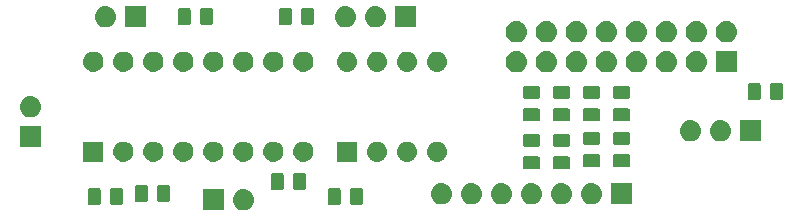
<source format=gbr>
G04 #@! TF.GenerationSoftware,KiCad,Pcbnew,(5.1.2-1)-1*
G04 #@! TF.CreationDate,2019-08-22T09:13:01-07:00*
G04 #@! TF.ProjectId,AS3310_ADSR,41533333-3130-45f4-9144-53522e6b6963,rev?*
G04 #@! TF.SameCoordinates,Original*
G04 #@! TF.FileFunction,Soldermask,Top*
G04 #@! TF.FilePolarity,Negative*
%FSLAX46Y46*%
G04 Gerber Fmt 4.6, Leading zero omitted, Abs format (unit mm)*
G04 Created by KiCad (PCBNEW (5.1.2-1)-1) date 2019-08-22 09:13:01*
%MOMM*%
%LPD*%
G04 APERTURE LIST*
%ADD10C,0.100000*%
G04 APERTURE END LIST*
D10*
G36*
X96884443Y-70479519D02*
G01*
X96950627Y-70486037D01*
X97120466Y-70537557D01*
X97276991Y-70621222D01*
X97312729Y-70650552D01*
X97414186Y-70733814D01*
X97497448Y-70835271D01*
X97526778Y-70871009D01*
X97610443Y-71027534D01*
X97661963Y-71197373D01*
X97679359Y-71374000D01*
X97661963Y-71550627D01*
X97610443Y-71720466D01*
X97610442Y-71720468D01*
X97593942Y-71751337D01*
X97526778Y-71876991D01*
X97497448Y-71912729D01*
X97414186Y-72014186D01*
X97312729Y-72097448D01*
X97276991Y-72126778D01*
X97120466Y-72210443D01*
X96950627Y-72261963D01*
X96884443Y-72268481D01*
X96818260Y-72275000D01*
X96729740Y-72275000D01*
X96663557Y-72268481D01*
X96597373Y-72261963D01*
X96427534Y-72210443D01*
X96271009Y-72126778D01*
X96235271Y-72097448D01*
X96133814Y-72014186D01*
X96050552Y-71912729D01*
X96021222Y-71876991D01*
X95954058Y-71751337D01*
X95937558Y-71720468D01*
X95937557Y-71720466D01*
X95886037Y-71550627D01*
X95868641Y-71374000D01*
X95886037Y-71197373D01*
X95937557Y-71027534D01*
X96021222Y-70871009D01*
X96050552Y-70835271D01*
X96133814Y-70733814D01*
X96235271Y-70650552D01*
X96271009Y-70621222D01*
X96427534Y-70537557D01*
X96597373Y-70486037D01*
X96663557Y-70479519D01*
X96729740Y-70473000D01*
X96818260Y-70473000D01*
X96884443Y-70479519D01*
X96884443Y-70479519D01*
G37*
G36*
X95135000Y-72275000D02*
G01*
X93333000Y-72275000D01*
X93333000Y-70473000D01*
X95135000Y-70473000D01*
X95135000Y-72275000D01*
X95135000Y-72275000D01*
G37*
G36*
X86399468Y-70373565D02*
G01*
X86438138Y-70385296D01*
X86473777Y-70404346D01*
X86505017Y-70429983D01*
X86530654Y-70461223D01*
X86549704Y-70496862D01*
X86561435Y-70535532D01*
X86566000Y-70581888D01*
X86566000Y-71658112D01*
X86561435Y-71704468D01*
X86549704Y-71743138D01*
X86530654Y-71778777D01*
X86505017Y-71810017D01*
X86473777Y-71835654D01*
X86438138Y-71854704D01*
X86399468Y-71866435D01*
X86353112Y-71871000D01*
X85701888Y-71871000D01*
X85655532Y-71866435D01*
X85616862Y-71854704D01*
X85581223Y-71835654D01*
X85549983Y-71810017D01*
X85524346Y-71778777D01*
X85505296Y-71743138D01*
X85493565Y-71704468D01*
X85489000Y-71658112D01*
X85489000Y-70581888D01*
X85493565Y-70535532D01*
X85505296Y-70496862D01*
X85524346Y-70461223D01*
X85549983Y-70429983D01*
X85581223Y-70404346D01*
X85616862Y-70385296D01*
X85655532Y-70373565D01*
X85701888Y-70369000D01*
X86353112Y-70369000D01*
X86399468Y-70373565D01*
X86399468Y-70373565D01*
G37*
G36*
X84524468Y-70373565D02*
G01*
X84563138Y-70385296D01*
X84598777Y-70404346D01*
X84630017Y-70429983D01*
X84655654Y-70461223D01*
X84674704Y-70496862D01*
X84686435Y-70535532D01*
X84691000Y-70581888D01*
X84691000Y-71658112D01*
X84686435Y-71704468D01*
X84674704Y-71743138D01*
X84655654Y-71778777D01*
X84630017Y-71810017D01*
X84598777Y-71835654D01*
X84563138Y-71854704D01*
X84524468Y-71866435D01*
X84478112Y-71871000D01*
X83826888Y-71871000D01*
X83780532Y-71866435D01*
X83741862Y-71854704D01*
X83706223Y-71835654D01*
X83674983Y-71810017D01*
X83649346Y-71778777D01*
X83630296Y-71743138D01*
X83618565Y-71704468D01*
X83614000Y-71658112D01*
X83614000Y-70581888D01*
X83618565Y-70535532D01*
X83630296Y-70496862D01*
X83649346Y-70461223D01*
X83674983Y-70429983D01*
X83706223Y-70404346D01*
X83741862Y-70385296D01*
X83780532Y-70373565D01*
X83826888Y-70369000D01*
X84478112Y-70369000D01*
X84524468Y-70373565D01*
X84524468Y-70373565D01*
G37*
G36*
X104844468Y-70373565D02*
G01*
X104883138Y-70385296D01*
X104918777Y-70404346D01*
X104950017Y-70429983D01*
X104975654Y-70461223D01*
X104994704Y-70496862D01*
X105006435Y-70535532D01*
X105011000Y-70581888D01*
X105011000Y-71658112D01*
X105006435Y-71704468D01*
X104994704Y-71743138D01*
X104975654Y-71778777D01*
X104950017Y-71810017D01*
X104918777Y-71835654D01*
X104883138Y-71854704D01*
X104844468Y-71866435D01*
X104798112Y-71871000D01*
X104146888Y-71871000D01*
X104100532Y-71866435D01*
X104061862Y-71854704D01*
X104026223Y-71835654D01*
X103994983Y-71810017D01*
X103969346Y-71778777D01*
X103950296Y-71743138D01*
X103938565Y-71704468D01*
X103934000Y-71658112D01*
X103934000Y-70581888D01*
X103938565Y-70535532D01*
X103950296Y-70496862D01*
X103969346Y-70461223D01*
X103994983Y-70429983D01*
X104026223Y-70404346D01*
X104061862Y-70385296D01*
X104100532Y-70373565D01*
X104146888Y-70369000D01*
X104798112Y-70369000D01*
X104844468Y-70373565D01*
X104844468Y-70373565D01*
G37*
G36*
X106719468Y-70373565D02*
G01*
X106758138Y-70385296D01*
X106793777Y-70404346D01*
X106825017Y-70429983D01*
X106850654Y-70461223D01*
X106869704Y-70496862D01*
X106881435Y-70535532D01*
X106886000Y-70581888D01*
X106886000Y-71658112D01*
X106881435Y-71704468D01*
X106869704Y-71743138D01*
X106850654Y-71778777D01*
X106825017Y-71810017D01*
X106793777Y-71835654D01*
X106758138Y-71854704D01*
X106719468Y-71866435D01*
X106673112Y-71871000D01*
X106021888Y-71871000D01*
X105975532Y-71866435D01*
X105936862Y-71854704D01*
X105901223Y-71835654D01*
X105869983Y-71810017D01*
X105844346Y-71778777D01*
X105825296Y-71743138D01*
X105813565Y-71704468D01*
X105809000Y-71658112D01*
X105809000Y-70581888D01*
X105813565Y-70535532D01*
X105825296Y-70496862D01*
X105844346Y-70461223D01*
X105869983Y-70429983D01*
X105901223Y-70404346D01*
X105936862Y-70385296D01*
X105975532Y-70373565D01*
X106021888Y-70369000D01*
X106673112Y-70369000D01*
X106719468Y-70373565D01*
X106719468Y-70373565D01*
G37*
G36*
X113648443Y-69971519D02*
G01*
X113714627Y-69978037D01*
X113884466Y-70029557D01*
X114040991Y-70113222D01*
X114076729Y-70142552D01*
X114178186Y-70225814D01*
X114261448Y-70327271D01*
X114290778Y-70363009D01*
X114290779Y-70363011D01*
X114362325Y-70496862D01*
X114374443Y-70519534D01*
X114425963Y-70689373D01*
X114443359Y-70866000D01*
X114425963Y-71042627D01*
X114374443Y-71212466D01*
X114290778Y-71368991D01*
X114286667Y-71374000D01*
X114178186Y-71506186D01*
X114076729Y-71589448D01*
X114040991Y-71618778D01*
X113884466Y-71702443D01*
X113714627Y-71753963D01*
X113648442Y-71760482D01*
X113582260Y-71767000D01*
X113493740Y-71767000D01*
X113427558Y-71760482D01*
X113361373Y-71753963D01*
X113191534Y-71702443D01*
X113035009Y-71618778D01*
X112999271Y-71589448D01*
X112897814Y-71506186D01*
X112789333Y-71374000D01*
X112785222Y-71368991D01*
X112701557Y-71212466D01*
X112650037Y-71042627D01*
X112632641Y-70866000D01*
X112650037Y-70689373D01*
X112701557Y-70519534D01*
X112713676Y-70496862D01*
X112785221Y-70363011D01*
X112785222Y-70363009D01*
X112814552Y-70327271D01*
X112897814Y-70225814D01*
X112999271Y-70142552D01*
X113035009Y-70113222D01*
X113191534Y-70029557D01*
X113361373Y-69978037D01*
X113427557Y-69971519D01*
X113493740Y-69965000D01*
X113582260Y-69965000D01*
X113648443Y-69971519D01*
X113648443Y-69971519D01*
G37*
G36*
X129679000Y-71767000D02*
G01*
X127877000Y-71767000D01*
X127877000Y-69965000D01*
X129679000Y-69965000D01*
X129679000Y-71767000D01*
X129679000Y-71767000D01*
G37*
G36*
X116188443Y-69971519D02*
G01*
X116254627Y-69978037D01*
X116424466Y-70029557D01*
X116580991Y-70113222D01*
X116616729Y-70142552D01*
X116718186Y-70225814D01*
X116801448Y-70327271D01*
X116830778Y-70363009D01*
X116830779Y-70363011D01*
X116902325Y-70496862D01*
X116914443Y-70519534D01*
X116965963Y-70689373D01*
X116983359Y-70866000D01*
X116965963Y-71042627D01*
X116914443Y-71212466D01*
X116830778Y-71368991D01*
X116826667Y-71374000D01*
X116718186Y-71506186D01*
X116616729Y-71589448D01*
X116580991Y-71618778D01*
X116424466Y-71702443D01*
X116254627Y-71753963D01*
X116188442Y-71760482D01*
X116122260Y-71767000D01*
X116033740Y-71767000D01*
X115967558Y-71760482D01*
X115901373Y-71753963D01*
X115731534Y-71702443D01*
X115575009Y-71618778D01*
X115539271Y-71589448D01*
X115437814Y-71506186D01*
X115329333Y-71374000D01*
X115325222Y-71368991D01*
X115241557Y-71212466D01*
X115190037Y-71042627D01*
X115172641Y-70866000D01*
X115190037Y-70689373D01*
X115241557Y-70519534D01*
X115253676Y-70496862D01*
X115325221Y-70363011D01*
X115325222Y-70363009D01*
X115354552Y-70327271D01*
X115437814Y-70225814D01*
X115539271Y-70142552D01*
X115575009Y-70113222D01*
X115731534Y-70029557D01*
X115901373Y-69978037D01*
X115967557Y-69971519D01*
X116033740Y-69965000D01*
X116122260Y-69965000D01*
X116188443Y-69971519D01*
X116188443Y-69971519D01*
G37*
G36*
X118728443Y-69971519D02*
G01*
X118794627Y-69978037D01*
X118964466Y-70029557D01*
X119120991Y-70113222D01*
X119156729Y-70142552D01*
X119258186Y-70225814D01*
X119341448Y-70327271D01*
X119370778Y-70363009D01*
X119370779Y-70363011D01*
X119442325Y-70496862D01*
X119454443Y-70519534D01*
X119505963Y-70689373D01*
X119523359Y-70866000D01*
X119505963Y-71042627D01*
X119454443Y-71212466D01*
X119370778Y-71368991D01*
X119366667Y-71374000D01*
X119258186Y-71506186D01*
X119156729Y-71589448D01*
X119120991Y-71618778D01*
X118964466Y-71702443D01*
X118794627Y-71753963D01*
X118728442Y-71760482D01*
X118662260Y-71767000D01*
X118573740Y-71767000D01*
X118507558Y-71760482D01*
X118441373Y-71753963D01*
X118271534Y-71702443D01*
X118115009Y-71618778D01*
X118079271Y-71589448D01*
X117977814Y-71506186D01*
X117869333Y-71374000D01*
X117865222Y-71368991D01*
X117781557Y-71212466D01*
X117730037Y-71042627D01*
X117712641Y-70866000D01*
X117730037Y-70689373D01*
X117781557Y-70519534D01*
X117793676Y-70496862D01*
X117865221Y-70363011D01*
X117865222Y-70363009D01*
X117894552Y-70327271D01*
X117977814Y-70225814D01*
X118079271Y-70142552D01*
X118115009Y-70113222D01*
X118271534Y-70029557D01*
X118441373Y-69978037D01*
X118507557Y-69971519D01*
X118573740Y-69965000D01*
X118662260Y-69965000D01*
X118728443Y-69971519D01*
X118728443Y-69971519D01*
G37*
G36*
X121268443Y-69971519D02*
G01*
X121334627Y-69978037D01*
X121504466Y-70029557D01*
X121660991Y-70113222D01*
X121696729Y-70142552D01*
X121798186Y-70225814D01*
X121881448Y-70327271D01*
X121910778Y-70363009D01*
X121910779Y-70363011D01*
X121982325Y-70496862D01*
X121994443Y-70519534D01*
X122045963Y-70689373D01*
X122063359Y-70866000D01*
X122045963Y-71042627D01*
X121994443Y-71212466D01*
X121910778Y-71368991D01*
X121906667Y-71374000D01*
X121798186Y-71506186D01*
X121696729Y-71589448D01*
X121660991Y-71618778D01*
X121504466Y-71702443D01*
X121334627Y-71753963D01*
X121268442Y-71760482D01*
X121202260Y-71767000D01*
X121113740Y-71767000D01*
X121047558Y-71760482D01*
X120981373Y-71753963D01*
X120811534Y-71702443D01*
X120655009Y-71618778D01*
X120619271Y-71589448D01*
X120517814Y-71506186D01*
X120409333Y-71374000D01*
X120405222Y-71368991D01*
X120321557Y-71212466D01*
X120270037Y-71042627D01*
X120252641Y-70866000D01*
X120270037Y-70689373D01*
X120321557Y-70519534D01*
X120333676Y-70496862D01*
X120405221Y-70363011D01*
X120405222Y-70363009D01*
X120434552Y-70327271D01*
X120517814Y-70225814D01*
X120619271Y-70142552D01*
X120655009Y-70113222D01*
X120811534Y-70029557D01*
X120981373Y-69978037D01*
X121047557Y-69971519D01*
X121113740Y-69965000D01*
X121202260Y-69965000D01*
X121268443Y-69971519D01*
X121268443Y-69971519D01*
G37*
G36*
X123808443Y-69971519D02*
G01*
X123874627Y-69978037D01*
X124044466Y-70029557D01*
X124200991Y-70113222D01*
X124236729Y-70142552D01*
X124338186Y-70225814D01*
X124421448Y-70327271D01*
X124450778Y-70363009D01*
X124450779Y-70363011D01*
X124522325Y-70496862D01*
X124534443Y-70519534D01*
X124585963Y-70689373D01*
X124603359Y-70866000D01*
X124585963Y-71042627D01*
X124534443Y-71212466D01*
X124450778Y-71368991D01*
X124446667Y-71374000D01*
X124338186Y-71506186D01*
X124236729Y-71589448D01*
X124200991Y-71618778D01*
X124044466Y-71702443D01*
X123874627Y-71753963D01*
X123808442Y-71760482D01*
X123742260Y-71767000D01*
X123653740Y-71767000D01*
X123587558Y-71760482D01*
X123521373Y-71753963D01*
X123351534Y-71702443D01*
X123195009Y-71618778D01*
X123159271Y-71589448D01*
X123057814Y-71506186D01*
X122949333Y-71374000D01*
X122945222Y-71368991D01*
X122861557Y-71212466D01*
X122810037Y-71042627D01*
X122792641Y-70866000D01*
X122810037Y-70689373D01*
X122861557Y-70519534D01*
X122873676Y-70496862D01*
X122945221Y-70363011D01*
X122945222Y-70363009D01*
X122974552Y-70327271D01*
X123057814Y-70225814D01*
X123159271Y-70142552D01*
X123195009Y-70113222D01*
X123351534Y-70029557D01*
X123521373Y-69978037D01*
X123587557Y-69971519D01*
X123653740Y-69965000D01*
X123742260Y-69965000D01*
X123808443Y-69971519D01*
X123808443Y-69971519D01*
G37*
G36*
X126348443Y-69971519D02*
G01*
X126414627Y-69978037D01*
X126584466Y-70029557D01*
X126740991Y-70113222D01*
X126776729Y-70142552D01*
X126878186Y-70225814D01*
X126961448Y-70327271D01*
X126990778Y-70363009D01*
X126990779Y-70363011D01*
X127062325Y-70496862D01*
X127074443Y-70519534D01*
X127125963Y-70689373D01*
X127143359Y-70866000D01*
X127125963Y-71042627D01*
X127074443Y-71212466D01*
X126990778Y-71368991D01*
X126986667Y-71374000D01*
X126878186Y-71506186D01*
X126776729Y-71589448D01*
X126740991Y-71618778D01*
X126584466Y-71702443D01*
X126414627Y-71753963D01*
X126348442Y-71760482D01*
X126282260Y-71767000D01*
X126193740Y-71767000D01*
X126127558Y-71760482D01*
X126061373Y-71753963D01*
X125891534Y-71702443D01*
X125735009Y-71618778D01*
X125699271Y-71589448D01*
X125597814Y-71506186D01*
X125489333Y-71374000D01*
X125485222Y-71368991D01*
X125401557Y-71212466D01*
X125350037Y-71042627D01*
X125332641Y-70866000D01*
X125350037Y-70689373D01*
X125401557Y-70519534D01*
X125413676Y-70496862D01*
X125485221Y-70363011D01*
X125485222Y-70363009D01*
X125514552Y-70327271D01*
X125597814Y-70225814D01*
X125699271Y-70142552D01*
X125735009Y-70113222D01*
X125891534Y-70029557D01*
X126061373Y-69978037D01*
X126127557Y-69971519D01*
X126193740Y-69965000D01*
X126282260Y-69965000D01*
X126348443Y-69971519D01*
X126348443Y-69971519D01*
G37*
G36*
X90384968Y-70119565D02*
G01*
X90423638Y-70131296D01*
X90459277Y-70150346D01*
X90490517Y-70175983D01*
X90516154Y-70207223D01*
X90535204Y-70242862D01*
X90546935Y-70281532D01*
X90551500Y-70327888D01*
X90551500Y-71404112D01*
X90546935Y-71450468D01*
X90535204Y-71489138D01*
X90516154Y-71524777D01*
X90490517Y-71556017D01*
X90459277Y-71581654D01*
X90423638Y-71600704D01*
X90384968Y-71612435D01*
X90338612Y-71617000D01*
X89687388Y-71617000D01*
X89641032Y-71612435D01*
X89602362Y-71600704D01*
X89566723Y-71581654D01*
X89535483Y-71556017D01*
X89509846Y-71524777D01*
X89490796Y-71489138D01*
X89479065Y-71450468D01*
X89474500Y-71404112D01*
X89474500Y-70327888D01*
X89479065Y-70281532D01*
X89490796Y-70242862D01*
X89509846Y-70207223D01*
X89535483Y-70175983D01*
X89566723Y-70150346D01*
X89602362Y-70131296D01*
X89641032Y-70119565D01*
X89687388Y-70115000D01*
X90338612Y-70115000D01*
X90384968Y-70119565D01*
X90384968Y-70119565D01*
G37*
G36*
X88509968Y-70119565D02*
G01*
X88548638Y-70131296D01*
X88584277Y-70150346D01*
X88615517Y-70175983D01*
X88641154Y-70207223D01*
X88660204Y-70242862D01*
X88671935Y-70281532D01*
X88676500Y-70327888D01*
X88676500Y-71404112D01*
X88671935Y-71450468D01*
X88660204Y-71489138D01*
X88641154Y-71524777D01*
X88615517Y-71556017D01*
X88584277Y-71581654D01*
X88548638Y-71600704D01*
X88509968Y-71612435D01*
X88463612Y-71617000D01*
X87812388Y-71617000D01*
X87766032Y-71612435D01*
X87727362Y-71600704D01*
X87691723Y-71581654D01*
X87660483Y-71556017D01*
X87634846Y-71524777D01*
X87615796Y-71489138D01*
X87604065Y-71450468D01*
X87599500Y-71404112D01*
X87599500Y-70327888D01*
X87604065Y-70281532D01*
X87615796Y-70242862D01*
X87634846Y-70207223D01*
X87660483Y-70175983D01*
X87691723Y-70150346D01*
X87727362Y-70131296D01*
X87766032Y-70119565D01*
X87812388Y-70115000D01*
X88463612Y-70115000D01*
X88509968Y-70119565D01*
X88509968Y-70119565D01*
G37*
G36*
X101893468Y-69103565D02*
G01*
X101932138Y-69115296D01*
X101967777Y-69134346D01*
X101999017Y-69159983D01*
X102024654Y-69191223D01*
X102043704Y-69226862D01*
X102055435Y-69265532D01*
X102060000Y-69311888D01*
X102060000Y-70388112D01*
X102055435Y-70434468D01*
X102043704Y-70473138D01*
X102024654Y-70508777D01*
X101999017Y-70540017D01*
X101967777Y-70565654D01*
X101932138Y-70584704D01*
X101893468Y-70596435D01*
X101847112Y-70601000D01*
X101195888Y-70601000D01*
X101149532Y-70596435D01*
X101110862Y-70584704D01*
X101075223Y-70565654D01*
X101043983Y-70540017D01*
X101018346Y-70508777D01*
X100999296Y-70473138D01*
X100987565Y-70434468D01*
X100983000Y-70388112D01*
X100983000Y-69311888D01*
X100987565Y-69265532D01*
X100999296Y-69226862D01*
X101018346Y-69191223D01*
X101043983Y-69159983D01*
X101075223Y-69134346D01*
X101110862Y-69115296D01*
X101149532Y-69103565D01*
X101195888Y-69099000D01*
X101847112Y-69099000D01*
X101893468Y-69103565D01*
X101893468Y-69103565D01*
G37*
G36*
X100018468Y-69103565D02*
G01*
X100057138Y-69115296D01*
X100092777Y-69134346D01*
X100124017Y-69159983D01*
X100149654Y-69191223D01*
X100168704Y-69226862D01*
X100180435Y-69265532D01*
X100185000Y-69311888D01*
X100185000Y-70388112D01*
X100180435Y-70434468D01*
X100168704Y-70473138D01*
X100149654Y-70508777D01*
X100124017Y-70540017D01*
X100092777Y-70565654D01*
X100057138Y-70584704D01*
X100018468Y-70596435D01*
X99972112Y-70601000D01*
X99320888Y-70601000D01*
X99274532Y-70596435D01*
X99235862Y-70584704D01*
X99200223Y-70565654D01*
X99168983Y-70540017D01*
X99143346Y-70508777D01*
X99124296Y-70473138D01*
X99112565Y-70434468D01*
X99108000Y-70388112D01*
X99108000Y-69311888D01*
X99112565Y-69265532D01*
X99124296Y-69226862D01*
X99143346Y-69191223D01*
X99168983Y-69159983D01*
X99200223Y-69134346D01*
X99235862Y-69115296D01*
X99274532Y-69103565D01*
X99320888Y-69099000D01*
X99972112Y-69099000D01*
X100018468Y-69103565D01*
X100018468Y-69103565D01*
G37*
G36*
X124282468Y-67713565D02*
G01*
X124321138Y-67725296D01*
X124356777Y-67744346D01*
X124388017Y-67769983D01*
X124413654Y-67801223D01*
X124432704Y-67836862D01*
X124444435Y-67875532D01*
X124449000Y-67921888D01*
X124449000Y-68573112D01*
X124444435Y-68619468D01*
X124432704Y-68658138D01*
X124413654Y-68693777D01*
X124388017Y-68725017D01*
X124356777Y-68750654D01*
X124321138Y-68769704D01*
X124282468Y-68781435D01*
X124236112Y-68786000D01*
X123159888Y-68786000D01*
X123113532Y-68781435D01*
X123074862Y-68769704D01*
X123039223Y-68750654D01*
X123007983Y-68725017D01*
X122982346Y-68693777D01*
X122963296Y-68658138D01*
X122951565Y-68619468D01*
X122947000Y-68573112D01*
X122947000Y-67921888D01*
X122951565Y-67875532D01*
X122963296Y-67836862D01*
X122982346Y-67801223D01*
X123007983Y-67769983D01*
X123039223Y-67744346D01*
X123074862Y-67725296D01*
X123113532Y-67713565D01*
X123159888Y-67709000D01*
X124236112Y-67709000D01*
X124282468Y-67713565D01*
X124282468Y-67713565D01*
G37*
G36*
X121742468Y-67713565D02*
G01*
X121781138Y-67725296D01*
X121816777Y-67744346D01*
X121848017Y-67769983D01*
X121873654Y-67801223D01*
X121892704Y-67836862D01*
X121904435Y-67875532D01*
X121909000Y-67921888D01*
X121909000Y-68573112D01*
X121904435Y-68619468D01*
X121892704Y-68658138D01*
X121873654Y-68693777D01*
X121848017Y-68725017D01*
X121816777Y-68750654D01*
X121781138Y-68769704D01*
X121742468Y-68781435D01*
X121696112Y-68786000D01*
X120619888Y-68786000D01*
X120573532Y-68781435D01*
X120534862Y-68769704D01*
X120499223Y-68750654D01*
X120467983Y-68725017D01*
X120442346Y-68693777D01*
X120423296Y-68658138D01*
X120411565Y-68619468D01*
X120407000Y-68573112D01*
X120407000Y-67921888D01*
X120411565Y-67875532D01*
X120423296Y-67836862D01*
X120442346Y-67801223D01*
X120467983Y-67769983D01*
X120499223Y-67744346D01*
X120534862Y-67725296D01*
X120573532Y-67713565D01*
X120619888Y-67709000D01*
X121696112Y-67709000D01*
X121742468Y-67713565D01*
X121742468Y-67713565D01*
G37*
G36*
X129362468Y-67538065D02*
G01*
X129401138Y-67549796D01*
X129436777Y-67568846D01*
X129468017Y-67594483D01*
X129493654Y-67625723D01*
X129512704Y-67661362D01*
X129524435Y-67700032D01*
X129529000Y-67746388D01*
X129529000Y-68397612D01*
X129524435Y-68443968D01*
X129512704Y-68482638D01*
X129493654Y-68518277D01*
X129468017Y-68549517D01*
X129436777Y-68575154D01*
X129401138Y-68594204D01*
X129362468Y-68605935D01*
X129316112Y-68610500D01*
X128239888Y-68610500D01*
X128193532Y-68605935D01*
X128154862Y-68594204D01*
X128119223Y-68575154D01*
X128087983Y-68549517D01*
X128062346Y-68518277D01*
X128043296Y-68482638D01*
X128031565Y-68443968D01*
X128027000Y-68397612D01*
X128027000Y-67746388D01*
X128031565Y-67700032D01*
X128043296Y-67661362D01*
X128062346Y-67625723D01*
X128087983Y-67594483D01*
X128119223Y-67568846D01*
X128154862Y-67549796D01*
X128193532Y-67538065D01*
X128239888Y-67533500D01*
X129316112Y-67533500D01*
X129362468Y-67538065D01*
X129362468Y-67538065D01*
G37*
G36*
X126822468Y-67538065D02*
G01*
X126861138Y-67549796D01*
X126896777Y-67568846D01*
X126928017Y-67594483D01*
X126953654Y-67625723D01*
X126972704Y-67661362D01*
X126984435Y-67700032D01*
X126989000Y-67746388D01*
X126989000Y-68397612D01*
X126984435Y-68443968D01*
X126972704Y-68482638D01*
X126953654Y-68518277D01*
X126928017Y-68549517D01*
X126896777Y-68575154D01*
X126861138Y-68594204D01*
X126822468Y-68605935D01*
X126776112Y-68610500D01*
X125699888Y-68610500D01*
X125653532Y-68605935D01*
X125614862Y-68594204D01*
X125579223Y-68575154D01*
X125547983Y-68549517D01*
X125522346Y-68518277D01*
X125503296Y-68482638D01*
X125491565Y-68443968D01*
X125487000Y-68397612D01*
X125487000Y-67746388D01*
X125491565Y-67700032D01*
X125503296Y-67661362D01*
X125522346Y-67625723D01*
X125547983Y-67594483D01*
X125579223Y-67568846D01*
X125614862Y-67549796D01*
X125653532Y-67538065D01*
X125699888Y-67533500D01*
X126776112Y-67533500D01*
X126822468Y-67538065D01*
X126822468Y-67538065D01*
G37*
G36*
X84925000Y-68161000D02*
G01*
X83223000Y-68161000D01*
X83223000Y-66459000D01*
X84925000Y-66459000D01*
X84925000Y-68161000D01*
X84925000Y-68161000D01*
G37*
G36*
X108243823Y-66471313D02*
G01*
X108404242Y-66519976D01*
X108495899Y-66568968D01*
X108552078Y-66598996D01*
X108681659Y-66705341D01*
X108788004Y-66834922D01*
X108788005Y-66834924D01*
X108867024Y-66982758D01*
X108915687Y-67143177D01*
X108932117Y-67310000D01*
X108915687Y-67476823D01*
X108867024Y-67637242D01*
X108826228Y-67713565D01*
X108788004Y-67785078D01*
X108681659Y-67914659D01*
X108552078Y-68021004D01*
X108552076Y-68021005D01*
X108404242Y-68100024D01*
X108243823Y-68148687D01*
X108118804Y-68161000D01*
X108035196Y-68161000D01*
X107910177Y-68148687D01*
X107749758Y-68100024D01*
X107601924Y-68021005D01*
X107601922Y-68021004D01*
X107472341Y-67914659D01*
X107365996Y-67785078D01*
X107327772Y-67713565D01*
X107286976Y-67637242D01*
X107238313Y-67476823D01*
X107221883Y-67310000D01*
X107238313Y-67143177D01*
X107286976Y-66982758D01*
X107365995Y-66834924D01*
X107365996Y-66834922D01*
X107472341Y-66705341D01*
X107601922Y-66598996D01*
X107658101Y-66568968D01*
X107749758Y-66519976D01*
X107910177Y-66471313D01*
X108035196Y-66459000D01*
X108118804Y-66459000D01*
X108243823Y-66471313D01*
X108243823Y-66471313D01*
G37*
G36*
X99480823Y-66471313D02*
G01*
X99641242Y-66519976D01*
X99732899Y-66568968D01*
X99789078Y-66598996D01*
X99918659Y-66705341D01*
X100025004Y-66834922D01*
X100025005Y-66834924D01*
X100104024Y-66982758D01*
X100152687Y-67143177D01*
X100169117Y-67310000D01*
X100152687Y-67476823D01*
X100104024Y-67637242D01*
X100063228Y-67713565D01*
X100025004Y-67785078D01*
X99918659Y-67914659D01*
X99789078Y-68021004D01*
X99789076Y-68021005D01*
X99641242Y-68100024D01*
X99480823Y-68148687D01*
X99355804Y-68161000D01*
X99272196Y-68161000D01*
X99147177Y-68148687D01*
X98986758Y-68100024D01*
X98838924Y-68021005D01*
X98838922Y-68021004D01*
X98709341Y-67914659D01*
X98602996Y-67785078D01*
X98564772Y-67713565D01*
X98523976Y-67637242D01*
X98475313Y-67476823D01*
X98458883Y-67310000D01*
X98475313Y-67143177D01*
X98523976Y-66982758D01*
X98602995Y-66834924D01*
X98602996Y-66834922D01*
X98709341Y-66705341D01*
X98838922Y-66598996D01*
X98895101Y-66568968D01*
X98986758Y-66519976D01*
X99147177Y-66471313D01*
X99272196Y-66459000D01*
X99355804Y-66459000D01*
X99480823Y-66471313D01*
X99480823Y-66471313D01*
G37*
G36*
X113323823Y-66471313D02*
G01*
X113484242Y-66519976D01*
X113575899Y-66568968D01*
X113632078Y-66598996D01*
X113761659Y-66705341D01*
X113868004Y-66834922D01*
X113868005Y-66834924D01*
X113947024Y-66982758D01*
X113995687Y-67143177D01*
X114012117Y-67310000D01*
X113995687Y-67476823D01*
X113947024Y-67637242D01*
X113906228Y-67713565D01*
X113868004Y-67785078D01*
X113761659Y-67914659D01*
X113632078Y-68021004D01*
X113632076Y-68021005D01*
X113484242Y-68100024D01*
X113323823Y-68148687D01*
X113198804Y-68161000D01*
X113115196Y-68161000D01*
X112990177Y-68148687D01*
X112829758Y-68100024D01*
X112681924Y-68021005D01*
X112681922Y-68021004D01*
X112552341Y-67914659D01*
X112445996Y-67785078D01*
X112407772Y-67713565D01*
X112366976Y-67637242D01*
X112318313Y-67476823D01*
X112301883Y-67310000D01*
X112318313Y-67143177D01*
X112366976Y-66982758D01*
X112445995Y-66834924D01*
X112445996Y-66834922D01*
X112552341Y-66705341D01*
X112681922Y-66598996D01*
X112738101Y-66568968D01*
X112829758Y-66519976D01*
X112990177Y-66471313D01*
X113115196Y-66459000D01*
X113198804Y-66459000D01*
X113323823Y-66471313D01*
X113323823Y-66471313D01*
G37*
G36*
X102020823Y-66471313D02*
G01*
X102181242Y-66519976D01*
X102272899Y-66568968D01*
X102329078Y-66598996D01*
X102458659Y-66705341D01*
X102565004Y-66834922D01*
X102565005Y-66834924D01*
X102644024Y-66982758D01*
X102692687Y-67143177D01*
X102709117Y-67310000D01*
X102692687Y-67476823D01*
X102644024Y-67637242D01*
X102603228Y-67713565D01*
X102565004Y-67785078D01*
X102458659Y-67914659D01*
X102329078Y-68021004D01*
X102329076Y-68021005D01*
X102181242Y-68100024D01*
X102020823Y-68148687D01*
X101895804Y-68161000D01*
X101812196Y-68161000D01*
X101687177Y-68148687D01*
X101526758Y-68100024D01*
X101378924Y-68021005D01*
X101378922Y-68021004D01*
X101249341Y-67914659D01*
X101142996Y-67785078D01*
X101104772Y-67713565D01*
X101063976Y-67637242D01*
X101015313Y-67476823D01*
X100998883Y-67310000D01*
X101015313Y-67143177D01*
X101063976Y-66982758D01*
X101142995Y-66834924D01*
X101142996Y-66834922D01*
X101249341Y-66705341D01*
X101378922Y-66598996D01*
X101435101Y-66568968D01*
X101526758Y-66519976D01*
X101687177Y-66471313D01*
X101812196Y-66459000D01*
X101895804Y-66459000D01*
X102020823Y-66471313D01*
X102020823Y-66471313D01*
G37*
G36*
X110783823Y-66471313D02*
G01*
X110944242Y-66519976D01*
X111035899Y-66568968D01*
X111092078Y-66598996D01*
X111221659Y-66705341D01*
X111328004Y-66834922D01*
X111328005Y-66834924D01*
X111407024Y-66982758D01*
X111455687Y-67143177D01*
X111472117Y-67310000D01*
X111455687Y-67476823D01*
X111407024Y-67637242D01*
X111366228Y-67713565D01*
X111328004Y-67785078D01*
X111221659Y-67914659D01*
X111092078Y-68021004D01*
X111092076Y-68021005D01*
X110944242Y-68100024D01*
X110783823Y-68148687D01*
X110658804Y-68161000D01*
X110575196Y-68161000D01*
X110450177Y-68148687D01*
X110289758Y-68100024D01*
X110141924Y-68021005D01*
X110141922Y-68021004D01*
X110012341Y-67914659D01*
X109905996Y-67785078D01*
X109867772Y-67713565D01*
X109826976Y-67637242D01*
X109778313Y-67476823D01*
X109761883Y-67310000D01*
X109778313Y-67143177D01*
X109826976Y-66982758D01*
X109905995Y-66834924D01*
X109905996Y-66834922D01*
X110012341Y-66705341D01*
X110141922Y-66598996D01*
X110198101Y-66568968D01*
X110289758Y-66519976D01*
X110450177Y-66471313D01*
X110575196Y-66459000D01*
X110658804Y-66459000D01*
X110783823Y-66471313D01*
X110783823Y-66471313D01*
G37*
G36*
X86780823Y-66471313D02*
G01*
X86941242Y-66519976D01*
X87032899Y-66568968D01*
X87089078Y-66598996D01*
X87218659Y-66705341D01*
X87325004Y-66834922D01*
X87325005Y-66834924D01*
X87404024Y-66982758D01*
X87452687Y-67143177D01*
X87469117Y-67310000D01*
X87452687Y-67476823D01*
X87404024Y-67637242D01*
X87363228Y-67713565D01*
X87325004Y-67785078D01*
X87218659Y-67914659D01*
X87089078Y-68021004D01*
X87089076Y-68021005D01*
X86941242Y-68100024D01*
X86780823Y-68148687D01*
X86655804Y-68161000D01*
X86572196Y-68161000D01*
X86447177Y-68148687D01*
X86286758Y-68100024D01*
X86138924Y-68021005D01*
X86138922Y-68021004D01*
X86009341Y-67914659D01*
X85902996Y-67785078D01*
X85864772Y-67713565D01*
X85823976Y-67637242D01*
X85775313Y-67476823D01*
X85758883Y-67310000D01*
X85775313Y-67143177D01*
X85823976Y-66982758D01*
X85902995Y-66834924D01*
X85902996Y-66834922D01*
X86009341Y-66705341D01*
X86138922Y-66598996D01*
X86195101Y-66568968D01*
X86286758Y-66519976D01*
X86447177Y-66471313D01*
X86572196Y-66459000D01*
X86655804Y-66459000D01*
X86780823Y-66471313D01*
X86780823Y-66471313D01*
G37*
G36*
X96940823Y-66471313D02*
G01*
X97101242Y-66519976D01*
X97192899Y-66568968D01*
X97249078Y-66598996D01*
X97378659Y-66705341D01*
X97485004Y-66834922D01*
X97485005Y-66834924D01*
X97564024Y-66982758D01*
X97612687Y-67143177D01*
X97629117Y-67310000D01*
X97612687Y-67476823D01*
X97564024Y-67637242D01*
X97523228Y-67713565D01*
X97485004Y-67785078D01*
X97378659Y-67914659D01*
X97249078Y-68021004D01*
X97249076Y-68021005D01*
X97101242Y-68100024D01*
X96940823Y-68148687D01*
X96815804Y-68161000D01*
X96732196Y-68161000D01*
X96607177Y-68148687D01*
X96446758Y-68100024D01*
X96298924Y-68021005D01*
X96298922Y-68021004D01*
X96169341Y-67914659D01*
X96062996Y-67785078D01*
X96024772Y-67713565D01*
X95983976Y-67637242D01*
X95935313Y-67476823D01*
X95918883Y-67310000D01*
X95935313Y-67143177D01*
X95983976Y-66982758D01*
X96062995Y-66834924D01*
X96062996Y-66834922D01*
X96169341Y-66705341D01*
X96298922Y-66598996D01*
X96355101Y-66568968D01*
X96446758Y-66519976D01*
X96607177Y-66471313D01*
X96732196Y-66459000D01*
X96815804Y-66459000D01*
X96940823Y-66471313D01*
X96940823Y-66471313D01*
G37*
G36*
X106388000Y-68161000D02*
G01*
X104686000Y-68161000D01*
X104686000Y-66459000D01*
X106388000Y-66459000D01*
X106388000Y-68161000D01*
X106388000Y-68161000D01*
G37*
G36*
X89320823Y-66471313D02*
G01*
X89481242Y-66519976D01*
X89572899Y-66568968D01*
X89629078Y-66598996D01*
X89758659Y-66705341D01*
X89865004Y-66834922D01*
X89865005Y-66834924D01*
X89944024Y-66982758D01*
X89992687Y-67143177D01*
X90009117Y-67310000D01*
X89992687Y-67476823D01*
X89944024Y-67637242D01*
X89903228Y-67713565D01*
X89865004Y-67785078D01*
X89758659Y-67914659D01*
X89629078Y-68021004D01*
X89629076Y-68021005D01*
X89481242Y-68100024D01*
X89320823Y-68148687D01*
X89195804Y-68161000D01*
X89112196Y-68161000D01*
X88987177Y-68148687D01*
X88826758Y-68100024D01*
X88678924Y-68021005D01*
X88678922Y-68021004D01*
X88549341Y-67914659D01*
X88442996Y-67785078D01*
X88404772Y-67713565D01*
X88363976Y-67637242D01*
X88315313Y-67476823D01*
X88298883Y-67310000D01*
X88315313Y-67143177D01*
X88363976Y-66982758D01*
X88442995Y-66834924D01*
X88442996Y-66834922D01*
X88549341Y-66705341D01*
X88678922Y-66598996D01*
X88735101Y-66568968D01*
X88826758Y-66519976D01*
X88987177Y-66471313D01*
X89112196Y-66459000D01*
X89195804Y-66459000D01*
X89320823Y-66471313D01*
X89320823Y-66471313D01*
G37*
G36*
X94400823Y-66471313D02*
G01*
X94561242Y-66519976D01*
X94652899Y-66568968D01*
X94709078Y-66598996D01*
X94838659Y-66705341D01*
X94945004Y-66834922D01*
X94945005Y-66834924D01*
X95024024Y-66982758D01*
X95072687Y-67143177D01*
X95089117Y-67310000D01*
X95072687Y-67476823D01*
X95024024Y-67637242D01*
X94983228Y-67713565D01*
X94945004Y-67785078D01*
X94838659Y-67914659D01*
X94709078Y-68021004D01*
X94709076Y-68021005D01*
X94561242Y-68100024D01*
X94400823Y-68148687D01*
X94275804Y-68161000D01*
X94192196Y-68161000D01*
X94067177Y-68148687D01*
X93906758Y-68100024D01*
X93758924Y-68021005D01*
X93758922Y-68021004D01*
X93629341Y-67914659D01*
X93522996Y-67785078D01*
X93484772Y-67713565D01*
X93443976Y-67637242D01*
X93395313Y-67476823D01*
X93378883Y-67310000D01*
X93395313Y-67143177D01*
X93443976Y-66982758D01*
X93522995Y-66834924D01*
X93522996Y-66834922D01*
X93629341Y-66705341D01*
X93758922Y-66598996D01*
X93815101Y-66568968D01*
X93906758Y-66519976D01*
X94067177Y-66471313D01*
X94192196Y-66459000D01*
X94275804Y-66459000D01*
X94400823Y-66471313D01*
X94400823Y-66471313D01*
G37*
G36*
X91860823Y-66471313D02*
G01*
X92021242Y-66519976D01*
X92112899Y-66568968D01*
X92169078Y-66598996D01*
X92298659Y-66705341D01*
X92405004Y-66834922D01*
X92405005Y-66834924D01*
X92484024Y-66982758D01*
X92532687Y-67143177D01*
X92549117Y-67310000D01*
X92532687Y-67476823D01*
X92484024Y-67637242D01*
X92443228Y-67713565D01*
X92405004Y-67785078D01*
X92298659Y-67914659D01*
X92169078Y-68021004D01*
X92169076Y-68021005D01*
X92021242Y-68100024D01*
X91860823Y-68148687D01*
X91735804Y-68161000D01*
X91652196Y-68161000D01*
X91527177Y-68148687D01*
X91366758Y-68100024D01*
X91218924Y-68021005D01*
X91218922Y-68021004D01*
X91089341Y-67914659D01*
X90982996Y-67785078D01*
X90944772Y-67713565D01*
X90903976Y-67637242D01*
X90855313Y-67476823D01*
X90838883Y-67310000D01*
X90855313Y-67143177D01*
X90903976Y-66982758D01*
X90982995Y-66834924D01*
X90982996Y-66834922D01*
X91089341Y-66705341D01*
X91218922Y-66598996D01*
X91275101Y-66568968D01*
X91366758Y-66519976D01*
X91527177Y-66471313D01*
X91652196Y-66459000D01*
X91735804Y-66459000D01*
X91860823Y-66471313D01*
X91860823Y-66471313D01*
G37*
G36*
X79641000Y-66941000D02*
G01*
X77839000Y-66941000D01*
X77839000Y-65139000D01*
X79641000Y-65139000D01*
X79641000Y-66941000D01*
X79641000Y-66941000D01*
G37*
G36*
X121742468Y-65838565D02*
G01*
X121781138Y-65850296D01*
X121816777Y-65869346D01*
X121848017Y-65894983D01*
X121873654Y-65926223D01*
X121892704Y-65961862D01*
X121904435Y-66000532D01*
X121909000Y-66046888D01*
X121909000Y-66698112D01*
X121904435Y-66744468D01*
X121892704Y-66783138D01*
X121873654Y-66818777D01*
X121848017Y-66850017D01*
X121816777Y-66875654D01*
X121781138Y-66894704D01*
X121742468Y-66906435D01*
X121696112Y-66911000D01*
X120619888Y-66911000D01*
X120573532Y-66906435D01*
X120534862Y-66894704D01*
X120499223Y-66875654D01*
X120467983Y-66850017D01*
X120442346Y-66818777D01*
X120423296Y-66783138D01*
X120411565Y-66744468D01*
X120407000Y-66698112D01*
X120407000Y-66046888D01*
X120411565Y-66000532D01*
X120423296Y-65961862D01*
X120442346Y-65926223D01*
X120467983Y-65894983D01*
X120499223Y-65869346D01*
X120534862Y-65850296D01*
X120573532Y-65838565D01*
X120619888Y-65834000D01*
X121696112Y-65834000D01*
X121742468Y-65838565D01*
X121742468Y-65838565D01*
G37*
G36*
X124282468Y-65838565D02*
G01*
X124321138Y-65850296D01*
X124356777Y-65869346D01*
X124388017Y-65894983D01*
X124413654Y-65926223D01*
X124432704Y-65961862D01*
X124444435Y-66000532D01*
X124449000Y-66046888D01*
X124449000Y-66698112D01*
X124444435Y-66744468D01*
X124432704Y-66783138D01*
X124413654Y-66818777D01*
X124388017Y-66850017D01*
X124356777Y-66875654D01*
X124321138Y-66894704D01*
X124282468Y-66906435D01*
X124236112Y-66911000D01*
X123159888Y-66911000D01*
X123113532Y-66906435D01*
X123074862Y-66894704D01*
X123039223Y-66875654D01*
X123007983Y-66850017D01*
X122982346Y-66818777D01*
X122963296Y-66783138D01*
X122951565Y-66744468D01*
X122947000Y-66698112D01*
X122947000Y-66046888D01*
X122951565Y-66000532D01*
X122963296Y-65961862D01*
X122982346Y-65926223D01*
X123007983Y-65894983D01*
X123039223Y-65869346D01*
X123074862Y-65850296D01*
X123113532Y-65838565D01*
X123159888Y-65834000D01*
X124236112Y-65834000D01*
X124282468Y-65838565D01*
X124282468Y-65838565D01*
G37*
G36*
X129362468Y-65663065D02*
G01*
X129401138Y-65674796D01*
X129436777Y-65693846D01*
X129468017Y-65719483D01*
X129493654Y-65750723D01*
X129512704Y-65786362D01*
X129524435Y-65825032D01*
X129529000Y-65871388D01*
X129529000Y-66522612D01*
X129524435Y-66568968D01*
X129512704Y-66607638D01*
X129493654Y-66643277D01*
X129468017Y-66674517D01*
X129436777Y-66700154D01*
X129401138Y-66719204D01*
X129362468Y-66730935D01*
X129316112Y-66735500D01*
X128239888Y-66735500D01*
X128193532Y-66730935D01*
X128154862Y-66719204D01*
X128119223Y-66700154D01*
X128087983Y-66674517D01*
X128062346Y-66643277D01*
X128043296Y-66607638D01*
X128031565Y-66568968D01*
X128027000Y-66522612D01*
X128027000Y-65871388D01*
X128031565Y-65825032D01*
X128043296Y-65786362D01*
X128062346Y-65750723D01*
X128087983Y-65719483D01*
X128119223Y-65693846D01*
X128154862Y-65674796D01*
X128193532Y-65663065D01*
X128239888Y-65658500D01*
X129316112Y-65658500D01*
X129362468Y-65663065D01*
X129362468Y-65663065D01*
G37*
G36*
X126822468Y-65663065D02*
G01*
X126861138Y-65674796D01*
X126896777Y-65693846D01*
X126928017Y-65719483D01*
X126953654Y-65750723D01*
X126972704Y-65786362D01*
X126984435Y-65825032D01*
X126989000Y-65871388D01*
X126989000Y-66522612D01*
X126984435Y-66568968D01*
X126972704Y-66607638D01*
X126953654Y-66643277D01*
X126928017Y-66674517D01*
X126896777Y-66700154D01*
X126861138Y-66719204D01*
X126822468Y-66730935D01*
X126776112Y-66735500D01*
X125699888Y-66735500D01*
X125653532Y-66730935D01*
X125614862Y-66719204D01*
X125579223Y-66700154D01*
X125547983Y-66674517D01*
X125522346Y-66643277D01*
X125503296Y-66607638D01*
X125491565Y-66568968D01*
X125487000Y-66522612D01*
X125487000Y-65871388D01*
X125491565Y-65825032D01*
X125503296Y-65786362D01*
X125522346Y-65750723D01*
X125547983Y-65719483D01*
X125579223Y-65693846D01*
X125614862Y-65674796D01*
X125653532Y-65663065D01*
X125699888Y-65658500D01*
X126776112Y-65658500D01*
X126822468Y-65663065D01*
X126822468Y-65663065D01*
G37*
G36*
X137270443Y-64637519D02*
G01*
X137336627Y-64644037D01*
X137506466Y-64695557D01*
X137662991Y-64779222D01*
X137698729Y-64808552D01*
X137800186Y-64891814D01*
X137883448Y-64993271D01*
X137912778Y-65029009D01*
X137996443Y-65185534D01*
X138047963Y-65355373D01*
X138065359Y-65532000D01*
X138047963Y-65708627D01*
X137996443Y-65878466D01*
X137912778Y-66034991D01*
X137883448Y-66070729D01*
X137800186Y-66172186D01*
X137698729Y-66255448D01*
X137662991Y-66284778D01*
X137506466Y-66368443D01*
X137336627Y-66419963D01*
X137270443Y-66426481D01*
X137204260Y-66433000D01*
X137115740Y-66433000D01*
X137049557Y-66426481D01*
X136983373Y-66419963D01*
X136813534Y-66368443D01*
X136657009Y-66284778D01*
X136621271Y-66255448D01*
X136519814Y-66172186D01*
X136436552Y-66070729D01*
X136407222Y-66034991D01*
X136323557Y-65878466D01*
X136272037Y-65708627D01*
X136254641Y-65532000D01*
X136272037Y-65355373D01*
X136323557Y-65185534D01*
X136407222Y-65029009D01*
X136436552Y-64993271D01*
X136519814Y-64891814D01*
X136621271Y-64808552D01*
X136657009Y-64779222D01*
X136813534Y-64695557D01*
X136983373Y-64644037D01*
X137049557Y-64637519D01*
X137115740Y-64631000D01*
X137204260Y-64631000D01*
X137270443Y-64637519D01*
X137270443Y-64637519D01*
G37*
G36*
X140601000Y-66433000D02*
G01*
X138799000Y-66433000D01*
X138799000Y-64631000D01*
X140601000Y-64631000D01*
X140601000Y-66433000D01*
X140601000Y-66433000D01*
G37*
G36*
X134730443Y-64637519D02*
G01*
X134796627Y-64644037D01*
X134966466Y-64695557D01*
X135122991Y-64779222D01*
X135158729Y-64808552D01*
X135260186Y-64891814D01*
X135343448Y-64993271D01*
X135372778Y-65029009D01*
X135456443Y-65185534D01*
X135507963Y-65355373D01*
X135525359Y-65532000D01*
X135507963Y-65708627D01*
X135456443Y-65878466D01*
X135372778Y-66034991D01*
X135343448Y-66070729D01*
X135260186Y-66172186D01*
X135158729Y-66255448D01*
X135122991Y-66284778D01*
X134966466Y-66368443D01*
X134796627Y-66419963D01*
X134730443Y-66426481D01*
X134664260Y-66433000D01*
X134575740Y-66433000D01*
X134509557Y-66426481D01*
X134443373Y-66419963D01*
X134273534Y-66368443D01*
X134117009Y-66284778D01*
X134081271Y-66255448D01*
X133979814Y-66172186D01*
X133896552Y-66070729D01*
X133867222Y-66034991D01*
X133783557Y-65878466D01*
X133732037Y-65708627D01*
X133714641Y-65532000D01*
X133732037Y-65355373D01*
X133783557Y-65185534D01*
X133867222Y-65029009D01*
X133896552Y-64993271D01*
X133979814Y-64891814D01*
X134081271Y-64808552D01*
X134117009Y-64779222D01*
X134273534Y-64695557D01*
X134443373Y-64644037D01*
X134509557Y-64637519D01*
X134575740Y-64631000D01*
X134664260Y-64631000D01*
X134730443Y-64637519D01*
X134730443Y-64637519D01*
G37*
G36*
X124282468Y-63649565D02*
G01*
X124321138Y-63661296D01*
X124356777Y-63680346D01*
X124388017Y-63705983D01*
X124413654Y-63737223D01*
X124432704Y-63772862D01*
X124444435Y-63811532D01*
X124449000Y-63857888D01*
X124449000Y-64509112D01*
X124444435Y-64555468D01*
X124432704Y-64594138D01*
X124413654Y-64629777D01*
X124388017Y-64661017D01*
X124356777Y-64686654D01*
X124321138Y-64705704D01*
X124282468Y-64717435D01*
X124236112Y-64722000D01*
X123159888Y-64722000D01*
X123113532Y-64717435D01*
X123074862Y-64705704D01*
X123039223Y-64686654D01*
X123007983Y-64661017D01*
X122982346Y-64629777D01*
X122963296Y-64594138D01*
X122951565Y-64555468D01*
X122947000Y-64509112D01*
X122947000Y-63857888D01*
X122951565Y-63811532D01*
X122963296Y-63772862D01*
X122982346Y-63737223D01*
X123007983Y-63705983D01*
X123039223Y-63680346D01*
X123074862Y-63661296D01*
X123113532Y-63649565D01*
X123159888Y-63645000D01*
X124236112Y-63645000D01*
X124282468Y-63649565D01*
X124282468Y-63649565D01*
G37*
G36*
X121742468Y-63649565D02*
G01*
X121781138Y-63661296D01*
X121816777Y-63680346D01*
X121848017Y-63705983D01*
X121873654Y-63737223D01*
X121892704Y-63772862D01*
X121904435Y-63811532D01*
X121909000Y-63857888D01*
X121909000Y-64509112D01*
X121904435Y-64555468D01*
X121892704Y-64594138D01*
X121873654Y-64629777D01*
X121848017Y-64661017D01*
X121816777Y-64686654D01*
X121781138Y-64705704D01*
X121742468Y-64717435D01*
X121696112Y-64722000D01*
X120619888Y-64722000D01*
X120573532Y-64717435D01*
X120534862Y-64705704D01*
X120499223Y-64686654D01*
X120467983Y-64661017D01*
X120442346Y-64629777D01*
X120423296Y-64594138D01*
X120411565Y-64555468D01*
X120407000Y-64509112D01*
X120407000Y-63857888D01*
X120411565Y-63811532D01*
X120423296Y-63772862D01*
X120442346Y-63737223D01*
X120467983Y-63705983D01*
X120499223Y-63680346D01*
X120534862Y-63661296D01*
X120573532Y-63649565D01*
X120619888Y-63645000D01*
X121696112Y-63645000D01*
X121742468Y-63649565D01*
X121742468Y-63649565D01*
G37*
G36*
X129362468Y-63649565D02*
G01*
X129401138Y-63661296D01*
X129436777Y-63680346D01*
X129468017Y-63705983D01*
X129493654Y-63737223D01*
X129512704Y-63772862D01*
X129524435Y-63811532D01*
X129529000Y-63857888D01*
X129529000Y-64509112D01*
X129524435Y-64555468D01*
X129512704Y-64594138D01*
X129493654Y-64629777D01*
X129468017Y-64661017D01*
X129436777Y-64686654D01*
X129401138Y-64705704D01*
X129362468Y-64717435D01*
X129316112Y-64722000D01*
X128239888Y-64722000D01*
X128193532Y-64717435D01*
X128154862Y-64705704D01*
X128119223Y-64686654D01*
X128087983Y-64661017D01*
X128062346Y-64629777D01*
X128043296Y-64594138D01*
X128031565Y-64555468D01*
X128027000Y-64509112D01*
X128027000Y-63857888D01*
X128031565Y-63811532D01*
X128043296Y-63772862D01*
X128062346Y-63737223D01*
X128087983Y-63705983D01*
X128119223Y-63680346D01*
X128154862Y-63661296D01*
X128193532Y-63649565D01*
X128239888Y-63645000D01*
X129316112Y-63645000D01*
X129362468Y-63649565D01*
X129362468Y-63649565D01*
G37*
G36*
X126822468Y-63649565D02*
G01*
X126861138Y-63661296D01*
X126896777Y-63680346D01*
X126928017Y-63705983D01*
X126953654Y-63737223D01*
X126972704Y-63772862D01*
X126984435Y-63811532D01*
X126989000Y-63857888D01*
X126989000Y-64509112D01*
X126984435Y-64555468D01*
X126972704Y-64594138D01*
X126953654Y-64629777D01*
X126928017Y-64661017D01*
X126896777Y-64686654D01*
X126861138Y-64705704D01*
X126822468Y-64717435D01*
X126776112Y-64722000D01*
X125699888Y-64722000D01*
X125653532Y-64717435D01*
X125614862Y-64705704D01*
X125579223Y-64686654D01*
X125547983Y-64661017D01*
X125522346Y-64629777D01*
X125503296Y-64594138D01*
X125491565Y-64555468D01*
X125487000Y-64509112D01*
X125487000Y-63857888D01*
X125491565Y-63811532D01*
X125503296Y-63772862D01*
X125522346Y-63737223D01*
X125547983Y-63705983D01*
X125579223Y-63680346D01*
X125614862Y-63661296D01*
X125653532Y-63649565D01*
X125699888Y-63645000D01*
X126776112Y-63645000D01*
X126822468Y-63649565D01*
X126822468Y-63649565D01*
G37*
G36*
X78850442Y-62605518D02*
G01*
X78916627Y-62612037D01*
X79086466Y-62663557D01*
X79242991Y-62747222D01*
X79268445Y-62768112D01*
X79380186Y-62859814D01*
X79450632Y-62945654D01*
X79492778Y-62997009D01*
X79576443Y-63153534D01*
X79627963Y-63323373D01*
X79645359Y-63500000D01*
X79627963Y-63676627D01*
X79576443Y-63846466D01*
X79492778Y-64002991D01*
X79463448Y-64038729D01*
X79380186Y-64140186D01*
X79278729Y-64223448D01*
X79242991Y-64252778D01*
X79086466Y-64336443D01*
X78916627Y-64387963D01*
X78850442Y-64394482D01*
X78784260Y-64401000D01*
X78695740Y-64401000D01*
X78629558Y-64394482D01*
X78563373Y-64387963D01*
X78393534Y-64336443D01*
X78237009Y-64252778D01*
X78201271Y-64223448D01*
X78099814Y-64140186D01*
X78016552Y-64038729D01*
X77987222Y-64002991D01*
X77903557Y-63846466D01*
X77852037Y-63676627D01*
X77834641Y-63500000D01*
X77852037Y-63323373D01*
X77903557Y-63153534D01*
X77987222Y-62997009D01*
X78029368Y-62945654D01*
X78099814Y-62859814D01*
X78211555Y-62768112D01*
X78237009Y-62747222D01*
X78393534Y-62663557D01*
X78563373Y-62612037D01*
X78629558Y-62605518D01*
X78695740Y-62599000D01*
X78784260Y-62599000D01*
X78850442Y-62605518D01*
X78850442Y-62605518D01*
G37*
G36*
X142279468Y-61483565D02*
G01*
X142318138Y-61495296D01*
X142353777Y-61514346D01*
X142385017Y-61539983D01*
X142410654Y-61571223D01*
X142429704Y-61606862D01*
X142441435Y-61645532D01*
X142446000Y-61691888D01*
X142446000Y-62768112D01*
X142441435Y-62814468D01*
X142429704Y-62853138D01*
X142410654Y-62888777D01*
X142385017Y-62920017D01*
X142353777Y-62945654D01*
X142318138Y-62964704D01*
X142279468Y-62976435D01*
X142233112Y-62981000D01*
X141581888Y-62981000D01*
X141535532Y-62976435D01*
X141496862Y-62964704D01*
X141461223Y-62945654D01*
X141429983Y-62920017D01*
X141404346Y-62888777D01*
X141385296Y-62853138D01*
X141373565Y-62814468D01*
X141369000Y-62768112D01*
X141369000Y-61691888D01*
X141373565Y-61645532D01*
X141385296Y-61606862D01*
X141404346Y-61571223D01*
X141429983Y-61539983D01*
X141461223Y-61514346D01*
X141496862Y-61495296D01*
X141535532Y-61483565D01*
X141581888Y-61479000D01*
X142233112Y-61479000D01*
X142279468Y-61483565D01*
X142279468Y-61483565D01*
G37*
G36*
X140404468Y-61483565D02*
G01*
X140443138Y-61495296D01*
X140478777Y-61514346D01*
X140510017Y-61539983D01*
X140535654Y-61571223D01*
X140554704Y-61606862D01*
X140566435Y-61645532D01*
X140571000Y-61691888D01*
X140571000Y-62768112D01*
X140566435Y-62814468D01*
X140554704Y-62853138D01*
X140535654Y-62888777D01*
X140510017Y-62920017D01*
X140478777Y-62945654D01*
X140443138Y-62964704D01*
X140404468Y-62976435D01*
X140358112Y-62981000D01*
X139706888Y-62981000D01*
X139660532Y-62976435D01*
X139621862Y-62964704D01*
X139586223Y-62945654D01*
X139554983Y-62920017D01*
X139529346Y-62888777D01*
X139510296Y-62853138D01*
X139498565Y-62814468D01*
X139494000Y-62768112D01*
X139494000Y-61691888D01*
X139498565Y-61645532D01*
X139510296Y-61606862D01*
X139529346Y-61571223D01*
X139554983Y-61539983D01*
X139586223Y-61514346D01*
X139621862Y-61495296D01*
X139660532Y-61483565D01*
X139706888Y-61479000D01*
X140358112Y-61479000D01*
X140404468Y-61483565D01*
X140404468Y-61483565D01*
G37*
G36*
X129362468Y-61774565D02*
G01*
X129401138Y-61786296D01*
X129436777Y-61805346D01*
X129468017Y-61830983D01*
X129493654Y-61862223D01*
X129512704Y-61897862D01*
X129524435Y-61936532D01*
X129529000Y-61982888D01*
X129529000Y-62634112D01*
X129524435Y-62680468D01*
X129512704Y-62719138D01*
X129493654Y-62754777D01*
X129468017Y-62786017D01*
X129436777Y-62811654D01*
X129401138Y-62830704D01*
X129362468Y-62842435D01*
X129316112Y-62847000D01*
X128239888Y-62847000D01*
X128193532Y-62842435D01*
X128154862Y-62830704D01*
X128119223Y-62811654D01*
X128087983Y-62786017D01*
X128062346Y-62754777D01*
X128043296Y-62719138D01*
X128031565Y-62680468D01*
X128027000Y-62634112D01*
X128027000Y-61982888D01*
X128031565Y-61936532D01*
X128043296Y-61897862D01*
X128062346Y-61862223D01*
X128087983Y-61830983D01*
X128119223Y-61805346D01*
X128154862Y-61786296D01*
X128193532Y-61774565D01*
X128239888Y-61770000D01*
X129316112Y-61770000D01*
X129362468Y-61774565D01*
X129362468Y-61774565D01*
G37*
G36*
X126822468Y-61774565D02*
G01*
X126861138Y-61786296D01*
X126896777Y-61805346D01*
X126928017Y-61830983D01*
X126953654Y-61862223D01*
X126972704Y-61897862D01*
X126984435Y-61936532D01*
X126989000Y-61982888D01*
X126989000Y-62634112D01*
X126984435Y-62680468D01*
X126972704Y-62719138D01*
X126953654Y-62754777D01*
X126928017Y-62786017D01*
X126896777Y-62811654D01*
X126861138Y-62830704D01*
X126822468Y-62842435D01*
X126776112Y-62847000D01*
X125699888Y-62847000D01*
X125653532Y-62842435D01*
X125614862Y-62830704D01*
X125579223Y-62811654D01*
X125547983Y-62786017D01*
X125522346Y-62754777D01*
X125503296Y-62719138D01*
X125491565Y-62680468D01*
X125487000Y-62634112D01*
X125487000Y-61982888D01*
X125491565Y-61936532D01*
X125503296Y-61897862D01*
X125522346Y-61862223D01*
X125547983Y-61830983D01*
X125579223Y-61805346D01*
X125614862Y-61786296D01*
X125653532Y-61774565D01*
X125699888Y-61770000D01*
X126776112Y-61770000D01*
X126822468Y-61774565D01*
X126822468Y-61774565D01*
G37*
G36*
X124282468Y-61774565D02*
G01*
X124321138Y-61786296D01*
X124356777Y-61805346D01*
X124388017Y-61830983D01*
X124413654Y-61862223D01*
X124432704Y-61897862D01*
X124444435Y-61936532D01*
X124449000Y-61982888D01*
X124449000Y-62634112D01*
X124444435Y-62680468D01*
X124432704Y-62719138D01*
X124413654Y-62754777D01*
X124388017Y-62786017D01*
X124356777Y-62811654D01*
X124321138Y-62830704D01*
X124282468Y-62842435D01*
X124236112Y-62847000D01*
X123159888Y-62847000D01*
X123113532Y-62842435D01*
X123074862Y-62830704D01*
X123039223Y-62811654D01*
X123007983Y-62786017D01*
X122982346Y-62754777D01*
X122963296Y-62719138D01*
X122951565Y-62680468D01*
X122947000Y-62634112D01*
X122947000Y-61982888D01*
X122951565Y-61936532D01*
X122963296Y-61897862D01*
X122982346Y-61862223D01*
X123007983Y-61830983D01*
X123039223Y-61805346D01*
X123074862Y-61786296D01*
X123113532Y-61774565D01*
X123159888Y-61770000D01*
X124236112Y-61770000D01*
X124282468Y-61774565D01*
X124282468Y-61774565D01*
G37*
G36*
X121742468Y-61774565D02*
G01*
X121781138Y-61786296D01*
X121816777Y-61805346D01*
X121848017Y-61830983D01*
X121873654Y-61862223D01*
X121892704Y-61897862D01*
X121904435Y-61936532D01*
X121909000Y-61982888D01*
X121909000Y-62634112D01*
X121904435Y-62680468D01*
X121892704Y-62719138D01*
X121873654Y-62754777D01*
X121848017Y-62786017D01*
X121816777Y-62811654D01*
X121781138Y-62830704D01*
X121742468Y-62842435D01*
X121696112Y-62847000D01*
X120619888Y-62847000D01*
X120573532Y-62842435D01*
X120534862Y-62830704D01*
X120499223Y-62811654D01*
X120467983Y-62786017D01*
X120442346Y-62754777D01*
X120423296Y-62719138D01*
X120411565Y-62680468D01*
X120407000Y-62634112D01*
X120407000Y-61982888D01*
X120411565Y-61936532D01*
X120423296Y-61897862D01*
X120442346Y-61862223D01*
X120467983Y-61830983D01*
X120499223Y-61805346D01*
X120534862Y-61786296D01*
X120573532Y-61774565D01*
X120619888Y-61770000D01*
X121696112Y-61770000D01*
X121742468Y-61774565D01*
X121742468Y-61774565D01*
G37*
G36*
X122607294Y-58788633D02*
G01*
X122779695Y-58840931D01*
X122938583Y-58925858D01*
X123077849Y-59040151D01*
X123192142Y-59179417D01*
X123277069Y-59338305D01*
X123329367Y-59510706D01*
X123347025Y-59690000D01*
X123329367Y-59869294D01*
X123277069Y-60041695D01*
X123192142Y-60200583D01*
X123077849Y-60339849D01*
X122938583Y-60454142D01*
X122779695Y-60539069D01*
X122607294Y-60591367D01*
X122472931Y-60604600D01*
X122383069Y-60604600D01*
X122248706Y-60591367D01*
X122076305Y-60539069D01*
X121917417Y-60454142D01*
X121778151Y-60339849D01*
X121663858Y-60200583D01*
X121578931Y-60041695D01*
X121526633Y-59869294D01*
X121508975Y-59690000D01*
X121526633Y-59510706D01*
X121578931Y-59338305D01*
X121663858Y-59179417D01*
X121778151Y-59040151D01*
X121917417Y-58925858D01*
X122076305Y-58840931D01*
X122248706Y-58788633D01*
X122383069Y-58775400D01*
X122472931Y-58775400D01*
X122607294Y-58788633D01*
X122607294Y-58788633D01*
G37*
G36*
X125147294Y-58788633D02*
G01*
X125319695Y-58840931D01*
X125478583Y-58925858D01*
X125617849Y-59040151D01*
X125732142Y-59179417D01*
X125817069Y-59338305D01*
X125869367Y-59510706D01*
X125887025Y-59690000D01*
X125869367Y-59869294D01*
X125817069Y-60041695D01*
X125732142Y-60200583D01*
X125617849Y-60339849D01*
X125478583Y-60454142D01*
X125319695Y-60539069D01*
X125147294Y-60591367D01*
X125012931Y-60604600D01*
X124923069Y-60604600D01*
X124788706Y-60591367D01*
X124616305Y-60539069D01*
X124457417Y-60454142D01*
X124318151Y-60339849D01*
X124203858Y-60200583D01*
X124118931Y-60041695D01*
X124066633Y-59869294D01*
X124048975Y-59690000D01*
X124066633Y-59510706D01*
X124118931Y-59338305D01*
X124203858Y-59179417D01*
X124318151Y-59040151D01*
X124457417Y-58925858D01*
X124616305Y-58840931D01*
X124788706Y-58788633D01*
X124923069Y-58775400D01*
X125012931Y-58775400D01*
X125147294Y-58788633D01*
X125147294Y-58788633D01*
G37*
G36*
X127687294Y-58788633D02*
G01*
X127859695Y-58840931D01*
X128018583Y-58925858D01*
X128157849Y-59040151D01*
X128272142Y-59179417D01*
X128357069Y-59338305D01*
X128409367Y-59510706D01*
X128427025Y-59690000D01*
X128409367Y-59869294D01*
X128357069Y-60041695D01*
X128272142Y-60200583D01*
X128157849Y-60339849D01*
X128018583Y-60454142D01*
X127859695Y-60539069D01*
X127687294Y-60591367D01*
X127552931Y-60604600D01*
X127463069Y-60604600D01*
X127328706Y-60591367D01*
X127156305Y-60539069D01*
X126997417Y-60454142D01*
X126858151Y-60339849D01*
X126743858Y-60200583D01*
X126658931Y-60041695D01*
X126606633Y-59869294D01*
X126588975Y-59690000D01*
X126606633Y-59510706D01*
X126658931Y-59338305D01*
X126743858Y-59179417D01*
X126858151Y-59040151D01*
X126997417Y-58925858D01*
X127156305Y-58840931D01*
X127328706Y-58788633D01*
X127463069Y-58775400D01*
X127552931Y-58775400D01*
X127687294Y-58788633D01*
X127687294Y-58788633D01*
G37*
G36*
X130227294Y-58788633D02*
G01*
X130399695Y-58840931D01*
X130558583Y-58925858D01*
X130697849Y-59040151D01*
X130812142Y-59179417D01*
X130897069Y-59338305D01*
X130949367Y-59510706D01*
X130967025Y-59690000D01*
X130949367Y-59869294D01*
X130897069Y-60041695D01*
X130812142Y-60200583D01*
X130697849Y-60339849D01*
X130558583Y-60454142D01*
X130399695Y-60539069D01*
X130227294Y-60591367D01*
X130092931Y-60604600D01*
X130003069Y-60604600D01*
X129868706Y-60591367D01*
X129696305Y-60539069D01*
X129537417Y-60454142D01*
X129398151Y-60339849D01*
X129283858Y-60200583D01*
X129198931Y-60041695D01*
X129146633Y-59869294D01*
X129128975Y-59690000D01*
X129146633Y-59510706D01*
X129198931Y-59338305D01*
X129283858Y-59179417D01*
X129398151Y-59040151D01*
X129537417Y-58925858D01*
X129696305Y-58840931D01*
X129868706Y-58788633D01*
X130003069Y-58775400D01*
X130092931Y-58775400D01*
X130227294Y-58788633D01*
X130227294Y-58788633D01*
G37*
G36*
X132767294Y-58788633D02*
G01*
X132939695Y-58840931D01*
X133098583Y-58925858D01*
X133237849Y-59040151D01*
X133352142Y-59179417D01*
X133437069Y-59338305D01*
X133489367Y-59510706D01*
X133507025Y-59690000D01*
X133489367Y-59869294D01*
X133437069Y-60041695D01*
X133352142Y-60200583D01*
X133237849Y-60339849D01*
X133098583Y-60454142D01*
X132939695Y-60539069D01*
X132767294Y-60591367D01*
X132632931Y-60604600D01*
X132543069Y-60604600D01*
X132408706Y-60591367D01*
X132236305Y-60539069D01*
X132077417Y-60454142D01*
X131938151Y-60339849D01*
X131823858Y-60200583D01*
X131738931Y-60041695D01*
X131686633Y-59869294D01*
X131668975Y-59690000D01*
X131686633Y-59510706D01*
X131738931Y-59338305D01*
X131823858Y-59179417D01*
X131938151Y-59040151D01*
X132077417Y-58925858D01*
X132236305Y-58840931D01*
X132408706Y-58788633D01*
X132543069Y-58775400D01*
X132632931Y-58775400D01*
X132767294Y-58788633D01*
X132767294Y-58788633D01*
G37*
G36*
X135307294Y-58788633D02*
G01*
X135479695Y-58840931D01*
X135638583Y-58925858D01*
X135777849Y-59040151D01*
X135892142Y-59179417D01*
X135977069Y-59338305D01*
X136029367Y-59510706D01*
X136047025Y-59690000D01*
X136029367Y-59869294D01*
X135977069Y-60041695D01*
X135892142Y-60200583D01*
X135777849Y-60339849D01*
X135638583Y-60454142D01*
X135479695Y-60539069D01*
X135307294Y-60591367D01*
X135172931Y-60604600D01*
X135083069Y-60604600D01*
X134948706Y-60591367D01*
X134776305Y-60539069D01*
X134617417Y-60454142D01*
X134478151Y-60339849D01*
X134363858Y-60200583D01*
X134278931Y-60041695D01*
X134226633Y-59869294D01*
X134208975Y-59690000D01*
X134226633Y-59510706D01*
X134278931Y-59338305D01*
X134363858Y-59179417D01*
X134478151Y-59040151D01*
X134617417Y-58925858D01*
X134776305Y-58840931D01*
X134948706Y-58788633D01*
X135083069Y-58775400D01*
X135172931Y-58775400D01*
X135307294Y-58788633D01*
X135307294Y-58788633D01*
G37*
G36*
X138582600Y-60604600D02*
G01*
X136753400Y-60604600D01*
X136753400Y-58775400D01*
X138582600Y-58775400D01*
X138582600Y-60604600D01*
X138582600Y-60604600D01*
G37*
G36*
X120067294Y-58788633D02*
G01*
X120239695Y-58840931D01*
X120398583Y-58925858D01*
X120537849Y-59040151D01*
X120652142Y-59179417D01*
X120737069Y-59338305D01*
X120789367Y-59510706D01*
X120807025Y-59690000D01*
X120789367Y-59869294D01*
X120737069Y-60041695D01*
X120652142Y-60200583D01*
X120537849Y-60339849D01*
X120398583Y-60454142D01*
X120239695Y-60539069D01*
X120067294Y-60591367D01*
X119932931Y-60604600D01*
X119843069Y-60604600D01*
X119708706Y-60591367D01*
X119536305Y-60539069D01*
X119377417Y-60454142D01*
X119238151Y-60339849D01*
X119123858Y-60200583D01*
X119038931Y-60041695D01*
X118986633Y-59869294D01*
X118968975Y-59690000D01*
X118986633Y-59510706D01*
X119038931Y-59338305D01*
X119123858Y-59179417D01*
X119238151Y-59040151D01*
X119377417Y-58925858D01*
X119536305Y-58840931D01*
X119708706Y-58788633D01*
X119843069Y-58775400D01*
X119932931Y-58775400D01*
X120067294Y-58788633D01*
X120067294Y-58788633D01*
G37*
G36*
X84240823Y-58851313D02*
G01*
X84401242Y-58899976D01*
X84533906Y-58970886D01*
X84549078Y-58978996D01*
X84678659Y-59085341D01*
X84785004Y-59214922D01*
X84785005Y-59214924D01*
X84864024Y-59362758D01*
X84912687Y-59523177D01*
X84929117Y-59690000D01*
X84912687Y-59856823D01*
X84864024Y-60017242D01*
X84850953Y-60041696D01*
X84785004Y-60165078D01*
X84678659Y-60294659D01*
X84549078Y-60401004D01*
X84549076Y-60401005D01*
X84401242Y-60480024D01*
X84240823Y-60528687D01*
X84115804Y-60541000D01*
X84032196Y-60541000D01*
X83907177Y-60528687D01*
X83746758Y-60480024D01*
X83598924Y-60401005D01*
X83598922Y-60401004D01*
X83469341Y-60294659D01*
X83362996Y-60165078D01*
X83297047Y-60041696D01*
X83283976Y-60017242D01*
X83235313Y-59856823D01*
X83218883Y-59690000D01*
X83235313Y-59523177D01*
X83283976Y-59362758D01*
X83362995Y-59214924D01*
X83362996Y-59214922D01*
X83469341Y-59085341D01*
X83598922Y-58978996D01*
X83614094Y-58970886D01*
X83746758Y-58899976D01*
X83907177Y-58851313D01*
X84032196Y-58839000D01*
X84115804Y-58839000D01*
X84240823Y-58851313D01*
X84240823Y-58851313D01*
G37*
G36*
X96940823Y-58851313D02*
G01*
X97101242Y-58899976D01*
X97233906Y-58970886D01*
X97249078Y-58978996D01*
X97378659Y-59085341D01*
X97485004Y-59214922D01*
X97485005Y-59214924D01*
X97564024Y-59362758D01*
X97612687Y-59523177D01*
X97629117Y-59690000D01*
X97612687Y-59856823D01*
X97564024Y-60017242D01*
X97550953Y-60041696D01*
X97485004Y-60165078D01*
X97378659Y-60294659D01*
X97249078Y-60401004D01*
X97249076Y-60401005D01*
X97101242Y-60480024D01*
X96940823Y-60528687D01*
X96815804Y-60541000D01*
X96732196Y-60541000D01*
X96607177Y-60528687D01*
X96446758Y-60480024D01*
X96298924Y-60401005D01*
X96298922Y-60401004D01*
X96169341Y-60294659D01*
X96062996Y-60165078D01*
X95997047Y-60041696D01*
X95983976Y-60017242D01*
X95935313Y-59856823D01*
X95918883Y-59690000D01*
X95935313Y-59523177D01*
X95983976Y-59362758D01*
X96062995Y-59214924D01*
X96062996Y-59214922D01*
X96169341Y-59085341D01*
X96298922Y-58978996D01*
X96314094Y-58970886D01*
X96446758Y-58899976D01*
X96607177Y-58851313D01*
X96732196Y-58839000D01*
X96815804Y-58839000D01*
X96940823Y-58851313D01*
X96940823Y-58851313D01*
G37*
G36*
X105703823Y-58851313D02*
G01*
X105864242Y-58899976D01*
X105996906Y-58970886D01*
X106012078Y-58978996D01*
X106141659Y-59085341D01*
X106248004Y-59214922D01*
X106248005Y-59214924D01*
X106327024Y-59362758D01*
X106375687Y-59523177D01*
X106392117Y-59690000D01*
X106375687Y-59856823D01*
X106327024Y-60017242D01*
X106313953Y-60041696D01*
X106248004Y-60165078D01*
X106141659Y-60294659D01*
X106012078Y-60401004D01*
X106012076Y-60401005D01*
X105864242Y-60480024D01*
X105703823Y-60528687D01*
X105578804Y-60541000D01*
X105495196Y-60541000D01*
X105370177Y-60528687D01*
X105209758Y-60480024D01*
X105061924Y-60401005D01*
X105061922Y-60401004D01*
X104932341Y-60294659D01*
X104825996Y-60165078D01*
X104760047Y-60041696D01*
X104746976Y-60017242D01*
X104698313Y-59856823D01*
X104681883Y-59690000D01*
X104698313Y-59523177D01*
X104746976Y-59362758D01*
X104825995Y-59214924D01*
X104825996Y-59214922D01*
X104932341Y-59085341D01*
X105061922Y-58978996D01*
X105077094Y-58970886D01*
X105209758Y-58899976D01*
X105370177Y-58851313D01*
X105495196Y-58839000D01*
X105578804Y-58839000D01*
X105703823Y-58851313D01*
X105703823Y-58851313D01*
G37*
G36*
X108243823Y-58851313D02*
G01*
X108404242Y-58899976D01*
X108536906Y-58970886D01*
X108552078Y-58978996D01*
X108681659Y-59085341D01*
X108788004Y-59214922D01*
X108788005Y-59214924D01*
X108867024Y-59362758D01*
X108915687Y-59523177D01*
X108932117Y-59690000D01*
X108915687Y-59856823D01*
X108867024Y-60017242D01*
X108853953Y-60041696D01*
X108788004Y-60165078D01*
X108681659Y-60294659D01*
X108552078Y-60401004D01*
X108552076Y-60401005D01*
X108404242Y-60480024D01*
X108243823Y-60528687D01*
X108118804Y-60541000D01*
X108035196Y-60541000D01*
X107910177Y-60528687D01*
X107749758Y-60480024D01*
X107601924Y-60401005D01*
X107601922Y-60401004D01*
X107472341Y-60294659D01*
X107365996Y-60165078D01*
X107300047Y-60041696D01*
X107286976Y-60017242D01*
X107238313Y-59856823D01*
X107221883Y-59690000D01*
X107238313Y-59523177D01*
X107286976Y-59362758D01*
X107365995Y-59214924D01*
X107365996Y-59214922D01*
X107472341Y-59085341D01*
X107601922Y-58978996D01*
X107617094Y-58970886D01*
X107749758Y-58899976D01*
X107910177Y-58851313D01*
X108035196Y-58839000D01*
X108118804Y-58839000D01*
X108243823Y-58851313D01*
X108243823Y-58851313D01*
G37*
G36*
X110783823Y-58851313D02*
G01*
X110944242Y-58899976D01*
X111076906Y-58970886D01*
X111092078Y-58978996D01*
X111221659Y-59085341D01*
X111328004Y-59214922D01*
X111328005Y-59214924D01*
X111407024Y-59362758D01*
X111455687Y-59523177D01*
X111472117Y-59690000D01*
X111455687Y-59856823D01*
X111407024Y-60017242D01*
X111393953Y-60041696D01*
X111328004Y-60165078D01*
X111221659Y-60294659D01*
X111092078Y-60401004D01*
X111092076Y-60401005D01*
X110944242Y-60480024D01*
X110783823Y-60528687D01*
X110658804Y-60541000D01*
X110575196Y-60541000D01*
X110450177Y-60528687D01*
X110289758Y-60480024D01*
X110141924Y-60401005D01*
X110141922Y-60401004D01*
X110012341Y-60294659D01*
X109905996Y-60165078D01*
X109840047Y-60041696D01*
X109826976Y-60017242D01*
X109778313Y-59856823D01*
X109761883Y-59690000D01*
X109778313Y-59523177D01*
X109826976Y-59362758D01*
X109905995Y-59214924D01*
X109905996Y-59214922D01*
X110012341Y-59085341D01*
X110141922Y-58978996D01*
X110157094Y-58970886D01*
X110289758Y-58899976D01*
X110450177Y-58851313D01*
X110575196Y-58839000D01*
X110658804Y-58839000D01*
X110783823Y-58851313D01*
X110783823Y-58851313D01*
G37*
G36*
X113323823Y-58851313D02*
G01*
X113484242Y-58899976D01*
X113616906Y-58970886D01*
X113632078Y-58978996D01*
X113761659Y-59085341D01*
X113868004Y-59214922D01*
X113868005Y-59214924D01*
X113947024Y-59362758D01*
X113995687Y-59523177D01*
X114012117Y-59690000D01*
X113995687Y-59856823D01*
X113947024Y-60017242D01*
X113933953Y-60041696D01*
X113868004Y-60165078D01*
X113761659Y-60294659D01*
X113632078Y-60401004D01*
X113632076Y-60401005D01*
X113484242Y-60480024D01*
X113323823Y-60528687D01*
X113198804Y-60541000D01*
X113115196Y-60541000D01*
X112990177Y-60528687D01*
X112829758Y-60480024D01*
X112681924Y-60401005D01*
X112681922Y-60401004D01*
X112552341Y-60294659D01*
X112445996Y-60165078D01*
X112380047Y-60041696D01*
X112366976Y-60017242D01*
X112318313Y-59856823D01*
X112301883Y-59690000D01*
X112318313Y-59523177D01*
X112366976Y-59362758D01*
X112445995Y-59214924D01*
X112445996Y-59214922D01*
X112552341Y-59085341D01*
X112681922Y-58978996D01*
X112697094Y-58970886D01*
X112829758Y-58899976D01*
X112990177Y-58851313D01*
X113115196Y-58839000D01*
X113198804Y-58839000D01*
X113323823Y-58851313D01*
X113323823Y-58851313D01*
G37*
G36*
X86780823Y-58851313D02*
G01*
X86941242Y-58899976D01*
X87073906Y-58970886D01*
X87089078Y-58978996D01*
X87218659Y-59085341D01*
X87325004Y-59214922D01*
X87325005Y-59214924D01*
X87404024Y-59362758D01*
X87452687Y-59523177D01*
X87469117Y-59690000D01*
X87452687Y-59856823D01*
X87404024Y-60017242D01*
X87390953Y-60041696D01*
X87325004Y-60165078D01*
X87218659Y-60294659D01*
X87089078Y-60401004D01*
X87089076Y-60401005D01*
X86941242Y-60480024D01*
X86780823Y-60528687D01*
X86655804Y-60541000D01*
X86572196Y-60541000D01*
X86447177Y-60528687D01*
X86286758Y-60480024D01*
X86138924Y-60401005D01*
X86138922Y-60401004D01*
X86009341Y-60294659D01*
X85902996Y-60165078D01*
X85837047Y-60041696D01*
X85823976Y-60017242D01*
X85775313Y-59856823D01*
X85758883Y-59690000D01*
X85775313Y-59523177D01*
X85823976Y-59362758D01*
X85902995Y-59214924D01*
X85902996Y-59214922D01*
X86009341Y-59085341D01*
X86138922Y-58978996D01*
X86154094Y-58970886D01*
X86286758Y-58899976D01*
X86447177Y-58851313D01*
X86572196Y-58839000D01*
X86655804Y-58839000D01*
X86780823Y-58851313D01*
X86780823Y-58851313D01*
G37*
G36*
X89320823Y-58851313D02*
G01*
X89481242Y-58899976D01*
X89613906Y-58970886D01*
X89629078Y-58978996D01*
X89758659Y-59085341D01*
X89865004Y-59214922D01*
X89865005Y-59214924D01*
X89944024Y-59362758D01*
X89992687Y-59523177D01*
X90009117Y-59690000D01*
X89992687Y-59856823D01*
X89944024Y-60017242D01*
X89930953Y-60041696D01*
X89865004Y-60165078D01*
X89758659Y-60294659D01*
X89629078Y-60401004D01*
X89629076Y-60401005D01*
X89481242Y-60480024D01*
X89320823Y-60528687D01*
X89195804Y-60541000D01*
X89112196Y-60541000D01*
X88987177Y-60528687D01*
X88826758Y-60480024D01*
X88678924Y-60401005D01*
X88678922Y-60401004D01*
X88549341Y-60294659D01*
X88442996Y-60165078D01*
X88377047Y-60041696D01*
X88363976Y-60017242D01*
X88315313Y-59856823D01*
X88298883Y-59690000D01*
X88315313Y-59523177D01*
X88363976Y-59362758D01*
X88442995Y-59214924D01*
X88442996Y-59214922D01*
X88549341Y-59085341D01*
X88678922Y-58978996D01*
X88694094Y-58970886D01*
X88826758Y-58899976D01*
X88987177Y-58851313D01*
X89112196Y-58839000D01*
X89195804Y-58839000D01*
X89320823Y-58851313D01*
X89320823Y-58851313D01*
G37*
G36*
X91860823Y-58851313D02*
G01*
X92021242Y-58899976D01*
X92153906Y-58970886D01*
X92169078Y-58978996D01*
X92298659Y-59085341D01*
X92405004Y-59214922D01*
X92405005Y-59214924D01*
X92484024Y-59362758D01*
X92532687Y-59523177D01*
X92549117Y-59690000D01*
X92532687Y-59856823D01*
X92484024Y-60017242D01*
X92470953Y-60041696D01*
X92405004Y-60165078D01*
X92298659Y-60294659D01*
X92169078Y-60401004D01*
X92169076Y-60401005D01*
X92021242Y-60480024D01*
X91860823Y-60528687D01*
X91735804Y-60541000D01*
X91652196Y-60541000D01*
X91527177Y-60528687D01*
X91366758Y-60480024D01*
X91218924Y-60401005D01*
X91218922Y-60401004D01*
X91089341Y-60294659D01*
X90982996Y-60165078D01*
X90917047Y-60041696D01*
X90903976Y-60017242D01*
X90855313Y-59856823D01*
X90838883Y-59690000D01*
X90855313Y-59523177D01*
X90903976Y-59362758D01*
X90982995Y-59214924D01*
X90982996Y-59214922D01*
X91089341Y-59085341D01*
X91218922Y-58978996D01*
X91234094Y-58970886D01*
X91366758Y-58899976D01*
X91527177Y-58851313D01*
X91652196Y-58839000D01*
X91735804Y-58839000D01*
X91860823Y-58851313D01*
X91860823Y-58851313D01*
G37*
G36*
X94400823Y-58851313D02*
G01*
X94561242Y-58899976D01*
X94693906Y-58970886D01*
X94709078Y-58978996D01*
X94838659Y-59085341D01*
X94945004Y-59214922D01*
X94945005Y-59214924D01*
X95024024Y-59362758D01*
X95072687Y-59523177D01*
X95089117Y-59690000D01*
X95072687Y-59856823D01*
X95024024Y-60017242D01*
X95010953Y-60041696D01*
X94945004Y-60165078D01*
X94838659Y-60294659D01*
X94709078Y-60401004D01*
X94709076Y-60401005D01*
X94561242Y-60480024D01*
X94400823Y-60528687D01*
X94275804Y-60541000D01*
X94192196Y-60541000D01*
X94067177Y-60528687D01*
X93906758Y-60480024D01*
X93758924Y-60401005D01*
X93758922Y-60401004D01*
X93629341Y-60294659D01*
X93522996Y-60165078D01*
X93457047Y-60041696D01*
X93443976Y-60017242D01*
X93395313Y-59856823D01*
X93378883Y-59690000D01*
X93395313Y-59523177D01*
X93443976Y-59362758D01*
X93522995Y-59214924D01*
X93522996Y-59214922D01*
X93629341Y-59085341D01*
X93758922Y-58978996D01*
X93774094Y-58970886D01*
X93906758Y-58899976D01*
X94067177Y-58851313D01*
X94192196Y-58839000D01*
X94275804Y-58839000D01*
X94400823Y-58851313D01*
X94400823Y-58851313D01*
G37*
G36*
X99480823Y-58851313D02*
G01*
X99641242Y-58899976D01*
X99773906Y-58970886D01*
X99789078Y-58978996D01*
X99918659Y-59085341D01*
X100025004Y-59214922D01*
X100025005Y-59214924D01*
X100104024Y-59362758D01*
X100152687Y-59523177D01*
X100169117Y-59690000D01*
X100152687Y-59856823D01*
X100104024Y-60017242D01*
X100090953Y-60041696D01*
X100025004Y-60165078D01*
X99918659Y-60294659D01*
X99789078Y-60401004D01*
X99789076Y-60401005D01*
X99641242Y-60480024D01*
X99480823Y-60528687D01*
X99355804Y-60541000D01*
X99272196Y-60541000D01*
X99147177Y-60528687D01*
X98986758Y-60480024D01*
X98838924Y-60401005D01*
X98838922Y-60401004D01*
X98709341Y-60294659D01*
X98602996Y-60165078D01*
X98537047Y-60041696D01*
X98523976Y-60017242D01*
X98475313Y-59856823D01*
X98458883Y-59690000D01*
X98475313Y-59523177D01*
X98523976Y-59362758D01*
X98602995Y-59214924D01*
X98602996Y-59214922D01*
X98709341Y-59085341D01*
X98838922Y-58978996D01*
X98854094Y-58970886D01*
X98986758Y-58899976D01*
X99147177Y-58851313D01*
X99272196Y-58839000D01*
X99355804Y-58839000D01*
X99480823Y-58851313D01*
X99480823Y-58851313D01*
G37*
G36*
X102020823Y-58851313D02*
G01*
X102181242Y-58899976D01*
X102313906Y-58970886D01*
X102329078Y-58978996D01*
X102458659Y-59085341D01*
X102565004Y-59214922D01*
X102565005Y-59214924D01*
X102644024Y-59362758D01*
X102692687Y-59523177D01*
X102709117Y-59690000D01*
X102692687Y-59856823D01*
X102644024Y-60017242D01*
X102630953Y-60041696D01*
X102565004Y-60165078D01*
X102458659Y-60294659D01*
X102329078Y-60401004D01*
X102329076Y-60401005D01*
X102181242Y-60480024D01*
X102020823Y-60528687D01*
X101895804Y-60541000D01*
X101812196Y-60541000D01*
X101687177Y-60528687D01*
X101526758Y-60480024D01*
X101378924Y-60401005D01*
X101378922Y-60401004D01*
X101249341Y-60294659D01*
X101142996Y-60165078D01*
X101077047Y-60041696D01*
X101063976Y-60017242D01*
X101015313Y-59856823D01*
X100998883Y-59690000D01*
X101015313Y-59523177D01*
X101063976Y-59362758D01*
X101142995Y-59214924D01*
X101142996Y-59214922D01*
X101249341Y-59085341D01*
X101378922Y-58978996D01*
X101394094Y-58970886D01*
X101526758Y-58899976D01*
X101687177Y-58851313D01*
X101812196Y-58839000D01*
X101895804Y-58839000D01*
X102020823Y-58851313D01*
X102020823Y-58851313D01*
G37*
G36*
X132767294Y-56248633D02*
G01*
X132939695Y-56300931D01*
X133098583Y-56385858D01*
X133237849Y-56500151D01*
X133352142Y-56639417D01*
X133437069Y-56798305D01*
X133489367Y-56970706D01*
X133507025Y-57150000D01*
X133489367Y-57329294D01*
X133437069Y-57501695D01*
X133352142Y-57660583D01*
X133237849Y-57799849D01*
X133098583Y-57914142D01*
X132939695Y-57999069D01*
X132767294Y-58051367D01*
X132632931Y-58064600D01*
X132543069Y-58064600D01*
X132408706Y-58051367D01*
X132236305Y-57999069D01*
X132077417Y-57914142D01*
X131938151Y-57799849D01*
X131823858Y-57660583D01*
X131738931Y-57501695D01*
X131686633Y-57329294D01*
X131668975Y-57150000D01*
X131686633Y-56970706D01*
X131738931Y-56798305D01*
X131823858Y-56639417D01*
X131938151Y-56500151D01*
X132077417Y-56385858D01*
X132236305Y-56300931D01*
X132408706Y-56248633D01*
X132543069Y-56235400D01*
X132632931Y-56235400D01*
X132767294Y-56248633D01*
X132767294Y-56248633D01*
G37*
G36*
X130227294Y-56248633D02*
G01*
X130399695Y-56300931D01*
X130558583Y-56385858D01*
X130697849Y-56500151D01*
X130812142Y-56639417D01*
X130897069Y-56798305D01*
X130949367Y-56970706D01*
X130967025Y-57150000D01*
X130949367Y-57329294D01*
X130897069Y-57501695D01*
X130812142Y-57660583D01*
X130697849Y-57799849D01*
X130558583Y-57914142D01*
X130399695Y-57999069D01*
X130227294Y-58051367D01*
X130092931Y-58064600D01*
X130003069Y-58064600D01*
X129868706Y-58051367D01*
X129696305Y-57999069D01*
X129537417Y-57914142D01*
X129398151Y-57799849D01*
X129283858Y-57660583D01*
X129198931Y-57501695D01*
X129146633Y-57329294D01*
X129128975Y-57150000D01*
X129146633Y-56970706D01*
X129198931Y-56798305D01*
X129283858Y-56639417D01*
X129398151Y-56500151D01*
X129537417Y-56385858D01*
X129696305Y-56300931D01*
X129868706Y-56248633D01*
X130003069Y-56235400D01*
X130092931Y-56235400D01*
X130227294Y-56248633D01*
X130227294Y-56248633D01*
G37*
G36*
X135307294Y-56248633D02*
G01*
X135479695Y-56300931D01*
X135638583Y-56385858D01*
X135777849Y-56500151D01*
X135892142Y-56639417D01*
X135977069Y-56798305D01*
X136029367Y-56970706D01*
X136047025Y-57150000D01*
X136029367Y-57329294D01*
X135977069Y-57501695D01*
X135892142Y-57660583D01*
X135777849Y-57799849D01*
X135638583Y-57914142D01*
X135479695Y-57999069D01*
X135307294Y-58051367D01*
X135172931Y-58064600D01*
X135083069Y-58064600D01*
X134948706Y-58051367D01*
X134776305Y-57999069D01*
X134617417Y-57914142D01*
X134478151Y-57799849D01*
X134363858Y-57660583D01*
X134278931Y-57501695D01*
X134226633Y-57329294D01*
X134208975Y-57150000D01*
X134226633Y-56970706D01*
X134278931Y-56798305D01*
X134363858Y-56639417D01*
X134478151Y-56500151D01*
X134617417Y-56385858D01*
X134776305Y-56300931D01*
X134948706Y-56248633D01*
X135083069Y-56235400D01*
X135172931Y-56235400D01*
X135307294Y-56248633D01*
X135307294Y-56248633D01*
G37*
G36*
X127687294Y-56248633D02*
G01*
X127859695Y-56300931D01*
X128018583Y-56385858D01*
X128157849Y-56500151D01*
X128272142Y-56639417D01*
X128357069Y-56798305D01*
X128409367Y-56970706D01*
X128427025Y-57150000D01*
X128409367Y-57329294D01*
X128357069Y-57501695D01*
X128272142Y-57660583D01*
X128157849Y-57799849D01*
X128018583Y-57914142D01*
X127859695Y-57999069D01*
X127687294Y-58051367D01*
X127552931Y-58064600D01*
X127463069Y-58064600D01*
X127328706Y-58051367D01*
X127156305Y-57999069D01*
X126997417Y-57914142D01*
X126858151Y-57799849D01*
X126743858Y-57660583D01*
X126658931Y-57501695D01*
X126606633Y-57329294D01*
X126588975Y-57150000D01*
X126606633Y-56970706D01*
X126658931Y-56798305D01*
X126743858Y-56639417D01*
X126858151Y-56500151D01*
X126997417Y-56385858D01*
X127156305Y-56300931D01*
X127328706Y-56248633D01*
X127463069Y-56235400D01*
X127552931Y-56235400D01*
X127687294Y-56248633D01*
X127687294Y-56248633D01*
G37*
G36*
X125147294Y-56248633D02*
G01*
X125319695Y-56300931D01*
X125478583Y-56385858D01*
X125617849Y-56500151D01*
X125732142Y-56639417D01*
X125817069Y-56798305D01*
X125869367Y-56970706D01*
X125887025Y-57150000D01*
X125869367Y-57329294D01*
X125817069Y-57501695D01*
X125732142Y-57660583D01*
X125617849Y-57799849D01*
X125478583Y-57914142D01*
X125319695Y-57999069D01*
X125147294Y-58051367D01*
X125012931Y-58064600D01*
X124923069Y-58064600D01*
X124788706Y-58051367D01*
X124616305Y-57999069D01*
X124457417Y-57914142D01*
X124318151Y-57799849D01*
X124203858Y-57660583D01*
X124118931Y-57501695D01*
X124066633Y-57329294D01*
X124048975Y-57150000D01*
X124066633Y-56970706D01*
X124118931Y-56798305D01*
X124203858Y-56639417D01*
X124318151Y-56500151D01*
X124457417Y-56385858D01*
X124616305Y-56300931D01*
X124788706Y-56248633D01*
X124923069Y-56235400D01*
X125012931Y-56235400D01*
X125147294Y-56248633D01*
X125147294Y-56248633D01*
G37*
G36*
X137847294Y-56248633D02*
G01*
X138019695Y-56300931D01*
X138178583Y-56385858D01*
X138317849Y-56500151D01*
X138432142Y-56639417D01*
X138517069Y-56798305D01*
X138569367Y-56970706D01*
X138587025Y-57150000D01*
X138569367Y-57329294D01*
X138517069Y-57501695D01*
X138432142Y-57660583D01*
X138317849Y-57799849D01*
X138178583Y-57914142D01*
X138019695Y-57999069D01*
X137847294Y-58051367D01*
X137712931Y-58064600D01*
X137623069Y-58064600D01*
X137488706Y-58051367D01*
X137316305Y-57999069D01*
X137157417Y-57914142D01*
X137018151Y-57799849D01*
X136903858Y-57660583D01*
X136818931Y-57501695D01*
X136766633Y-57329294D01*
X136748975Y-57150000D01*
X136766633Y-56970706D01*
X136818931Y-56798305D01*
X136903858Y-56639417D01*
X137018151Y-56500151D01*
X137157417Y-56385858D01*
X137316305Y-56300931D01*
X137488706Y-56248633D01*
X137623069Y-56235400D01*
X137712931Y-56235400D01*
X137847294Y-56248633D01*
X137847294Y-56248633D01*
G37*
G36*
X122607294Y-56248633D02*
G01*
X122779695Y-56300931D01*
X122938583Y-56385858D01*
X123077849Y-56500151D01*
X123192142Y-56639417D01*
X123277069Y-56798305D01*
X123329367Y-56970706D01*
X123347025Y-57150000D01*
X123329367Y-57329294D01*
X123277069Y-57501695D01*
X123192142Y-57660583D01*
X123077849Y-57799849D01*
X122938583Y-57914142D01*
X122779695Y-57999069D01*
X122607294Y-58051367D01*
X122472931Y-58064600D01*
X122383069Y-58064600D01*
X122248706Y-58051367D01*
X122076305Y-57999069D01*
X121917417Y-57914142D01*
X121778151Y-57799849D01*
X121663858Y-57660583D01*
X121578931Y-57501695D01*
X121526633Y-57329294D01*
X121508975Y-57150000D01*
X121526633Y-56970706D01*
X121578931Y-56798305D01*
X121663858Y-56639417D01*
X121778151Y-56500151D01*
X121917417Y-56385858D01*
X122076305Y-56300931D01*
X122248706Y-56248633D01*
X122383069Y-56235400D01*
X122472931Y-56235400D01*
X122607294Y-56248633D01*
X122607294Y-56248633D01*
G37*
G36*
X120067294Y-56248633D02*
G01*
X120239695Y-56300931D01*
X120398583Y-56385858D01*
X120537849Y-56500151D01*
X120652142Y-56639417D01*
X120737069Y-56798305D01*
X120789367Y-56970706D01*
X120807025Y-57150000D01*
X120789367Y-57329294D01*
X120737069Y-57501695D01*
X120652142Y-57660583D01*
X120537849Y-57799849D01*
X120398583Y-57914142D01*
X120239695Y-57999069D01*
X120067294Y-58051367D01*
X119932931Y-58064600D01*
X119843069Y-58064600D01*
X119708706Y-58051367D01*
X119536305Y-57999069D01*
X119377417Y-57914142D01*
X119238151Y-57799849D01*
X119123858Y-57660583D01*
X119038931Y-57501695D01*
X118986633Y-57329294D01*
X118968975Y-57150000D01*
X118986633Y-56970706D01*
X119038931Y-56798305D01*
X119123858Y-56639417D01*
X119238151Y-56500151D01*
X119377417Y-56385858D01*
X119536305Y-56300931D01*
X119708706Y-56248633D01*
X119843069Y-56235400D01*
X119932931Y-56235400D01*
X120067294Y-56248633D01*
X120067294Y-56248633D01*
G37*
G36*
X111391000Y-56781000D02*
G01*
X109589000Y-56781000D01*
X109589000Y-54979000D01*
X111391000Y-54979000D01*
X111391000Y-56781000D01*
X111391000Y-56781000D01*
G37*
G36*
X108060443Y-54985519D02*
G01*
X108126627Y-54992037D01*
X108296466Y-55043557D01*
X108452991Y-55127222D01*
X108488729Y-55156552D01*
X108590186Y-55239814D01*
X108673448Y-55341271D01*
X108702778Y-55377009D01*
X108786443Y-55533534D01*
X108837963Y-55703373D01*
X108855359Y-55880000D01*
X108837963Y-56056627D01*
X108786443Y-56226466D01*
X108702778Y-56382991D01*
X108700425Y-56385858D01*
X108590186Y-56520186D01*
X108488729Y-56603448D01*
X108452991Y-56632778D01*
X108296466Y-56716443D01*
X108126627Y-56767963D01*
X108060443Y-56774481D01*
X107994260Y-56781000D01*
X107905740Y-56781000D01*
X107839557Y-56774481D01*
X107773373Y-56767963D01*
X107603534Y-56716443D01*
X107447009Y-56632778D01*
X107411271Y-56603448D01*
X107309814Y-56520186D01*
X107199575Y-56385858D01*
X107197222Y-56382991D01*
X107113557Y-56226466D01*
X107062037Y-56056627D01*
X107044641Y-55880000D01*
X107062037Y-55703373D01*
X107113557Y-55533534D01*
X107197222Y-55377009D01*
X107226552Y-55341271D01*
X107309814Y-55239814D01*
X107411271Y-55156552D01*
X107447009Y-55127222D01*
X107603534Y-55043557D01*
X107773373Y-54992037D01*
X107839557Y-54985519D01*
X107905740Y-54979000D01*
X107994260Y-54979000D01*
X108060443Y-54985519D01*
X108060443Y-54985519D01*
G37*
G36*
X105520443Y-54985519D02*
G01*
X105586627Y-54992037D01*
X105756466Y-55043557D01*
X105912991Y-55127222D01*
X105948729Y-55156552D01*
X106050186Y-55239814D01*
X106133448Y-55341271D01*
X106162778Y-55377009D01*
X106246443Y-55533534D01*
X106297963Y-55703373D01*
X106315359Y-55880000D01*
X106297963Y-56056627D01*
X106246443Y-56226466D01*
X106162778Y-56382991D01*
X106160425Y-56385858D01*
X106050186Y-56520186D01*
X105948729Y-56603448D01*
X105912991Y-56632778D01*
X105756466Y-56716443D01*
X105586627Y-56767963D01*
X105520443Y-56774481D01*
X105454260Y-56781000D01*
X105365740Y-56781000D01*
X105299557Y-56774481D01*
X105233373Y-56767963D01*
X105063534Y-56716443D01*
X104907009Y-56632778D01*
X104871271Y-56603448D01*
X104769814Y-56520186D01*
X104659575Y-56385858D01*
X104657222Y-56382991D01*
X104573557Y-56226466D01*
X104522037Y-56056627D01*
X104504641Y-55880000D01*
X104522037Y-55703373D01*
X104573557Y-55533534D01*
X104657222Y-55377009D01*
X104686552Y-55341271D01*
X104769814Y-55239814D01*
X104871271Y-55156552D01*
X104907009Y-55127222D01*
X105063534Y-55043557D01*
X105233373Y-54992037D01*
X105299557Y-54985519D01*
X105365740Y-54979000D01*
X105454260Y-54979000D01*
X105520443Y-54985519D01*
X105520443Y-54985519D01*
G37*
G36*
X88531000Y-56781000D02*
G01*
X86729000Y-56781000D01*
X86729000Y-54979000D01*
X88531000Y-54979000D01*
X88531000Y-56781000D01*
X88531000Y-56781000D01*
G37*
G36*
X85200443Y-54985519D02*
G01*
X85266627Y-54992037D01*
X85436466Y-55043557D01*
X85592991Y-55127222D01*
X85628729Y-55156552D01*
X85730186Y-55239814D01*
X85813448Y-55341271D01*
X85842778Y-55377009D01*
X85926443Y-55533534D01*
X85977963Y-55703373D01*
X85995359Y-55880000D01*
X85977963Y-56056627D01*
X85926443Y-56226466D01*
X85842778Y-56382991D01*
X85840425Y-56385858D01*
X85730186Y-56520186D01*
X85628729Y-56603448D01*
X85592991Y-56632778D01*
X85436466Y-56716443D01*
X85266627Y-56767963D01*
X85200443Y-56774481D01*
X85134260Y-56781000D01*
X85045740Y-56781000D01*
X84979557Y-56774481D01*
X84913373Y-56767963D01*
X84743534Y-56716443D01*
X84587009Y-56632778D01*
X84551271Y-56603448D01*
X84449814Y-56520186D01*
X84339575Y-56385858D01*
X84337222Y-56382991D01*
X84253557Y-56226466D01*
X84202037Y-56056627D01*
X84184641Y-55880000D01*
X84202037Y-55703373D01*
X84253557Y-55533534D01*
X84337222Y-55377009D01*
X84366552Y-55341271D01*
X84449814Y-55239814D01*
X84551271Y-55156552D01*
X84587009Y-55127222D01*
X84743534Y-55043557D01*
X84913373Y-54992037D01*
X84979557Y-54985519D01*
X85045740Y-54979000D01*
X85134260Y-54979000D01*
X85200443Y-54985519D01*
X85200443Y-54985519D01*
G37*
G36*
X102576968Y-55133565D02*
G01*
X102615638Y-55145296D01*
X102651277Y-55164346D01*
X102682517Y-55189983D01*
X102708154Y-55221223D01*
X102727204Y-55256862D01*
X102738935Y-55295532D01*
X102743500Y-55341888D01*
X102743500Y-56418112D01*
X102738935Y-56464468D01*
X102727204Y-56503138D01*
X102708154Y-56538777D01*
X102682517Y-56570017D01*
X102651277Y-56595654D01*
X102615638Y-56614704D01*
X102576968Y-56626435D01*
X102530612Y-56631000D01*
X101879388Y-56631000D01*
X101833032Y-56626435D01*
X101794362Y-56614704D01*
X101758723Y-56595654D01*
X101727483Y-56570017D01*
X101701846Y-56538777D01*
X101682796Y-56503138D01*
X101671065Y-56464468D01*
X101666500Y-56418112D01*
X101666500Y-55341888D01*
X101671065Y-55295532D01*
X101682796Y-55256862D01*
X101701846Y-55221223D01*
X101727483Y-55189983D01*
X101758723Y-55164346D01*
X101794362Y-55145296D01*
X101833032Y-55133565D01*
X101879388Y-55129000D01*
X102530612Y-55129000D01*
X102576968Y-55133565D01*
X102576968Y-55133565D01*
G37*
G36*
X100701968Y-55133565D02*
G01*
X100740638Y-55145296D01*
X100776277Y-55164346D01*
X100807517Y-55189983D01*
X100833154Y-55221223D01*
X100852204Y-55256862D01*
X100863935Y-55295532D01*
X100868500Y-55341888D01*
X100868500Y-56418112D01*
X100863935Y-56464468D01*
X100852204Y-56503138D01*
X100833154Y-56538777D01*
X100807517Y-56570017D01*
X100776277Y-56595654D01*
X100740638Y-56614704D01*
X100701968Y-56626435D01*
X100655612Y-56631000D01*
X100004388Y-56631000D01*
X99958032Y-56626435D01*
X99919362Y-56614704D01*
X99883723Y-56595654D01*
X99852483Y-56570017D01*
X99826846Y-56538777D01*
X99807796Y-56503138D01*
X99796065Y-56464468D01*
X99791500Y-56418112D01*
X99791500Y-55341888D01*
X99796065Y-55295532D01*
X99807796Y-55256862D01*
X99826846Y-55221223D01*
X99852483Y-55189983D01*
X99883723Y-55164346D01*
X99919362Y-55145296D01*
X99958032Y-55133565D01*
X100004388Y-55129000D01*
X100655612Y-55129000D01*
X100701968Y-55133565D01*
X100701968Y-55133565D01*
G37*
G36*
X94019468Y-55133565D02*
G01*
X94058138Y-55145296D01*
X94093777Y-55164346D01*
X94125017Y-55189983D01*
X94150654Y-55221223D01*
X94169704Y-55256862D01*
X94181435Y-55295532D01*
X94186000Y-55341888D01*
X94186000Y-56418112D01*
X94181435Y-56464468D01*
X94169704Y-56503138D01*
X94150654Y-56538777D01*
X94125017Y-56570017D01*
X94093777Y-56595654D01*
X94058138Y-56614704D01*
X94019468Y-56626435D01*
X93973112Y-56631000D01*
X93321888Y-56631000D01*
X93275532Y-56626435D01*
X93236862Y-56614704D01*
X93201223Y-56595654D01*
X93169983Y-56570017D01*
X93144346Y-56538777D01*
X93125296Y-56503138D01*
X93113565Y-56464468D01*
X93109000Y-56418112D01*
X93109000Y-55341888D01*
X93113565Y-55295532D01*
X93125296Y-55256862D01*
X93144346Y-55221223D01*
X93169983Y-55189983D01*
X93201223Y-55164346D01*
X93236862Y-55145296D01*
X93275532Y-55133565D01*
X93321888Y-55129000D01*
X93973112Y-55129000D01*
X94019468Y-55133565D01*
X94019468Y-55133565D01*
G37*
G36*
X92144468Y-55133565D02*
G01*
X92183138Y-55145296D01*
X92218777Y-55164346D01*
X92250017Y-55189983D01*
X92275654Y-55221223D01*
X92294704Y-55256862D01*
X92306435Y-55295532D01*
X92311000Y-55341888D01*
X92311000Y-56418112D01*
X92306435Y-56464468D01*
X92294704Y-56503138D01*
X92275654Y-56538777D01*
X92250017Y-56570017D01*
X92218777Y-56595654D01*
X92183138Y-56614704D01*
X92144468Y-56626435D01*
X92098112Y-56631000D01*
X91446888Y-56631000D01*
X91400532Y-56626435D01*
X91361862Y-56614704D01*
X91326223Y-56595654D01*
X91294983Y-56570017D01*
X91269346Y-56538777D01*
X91250296Y-56503138D01*
X91238565Y-56464468D01*
X91234000Y-56418112D01*
X91234000Y-55341888D01*
X91238565Y-55295532D01*
X91250296Y-55256862D01*
X91269346Y-55221223D01*
X91294983Y-55189983D01*
X91326223Y-55164346D01*
X91361862Y-55145296D01*
X91400532Y-55133565D01*
X91446888Y-55129000D01*
X92098112Y-55129000D01*
X92144468Y-55133565D01*
X92144468Y-55133565D01*
G37*
M02*

</source>
